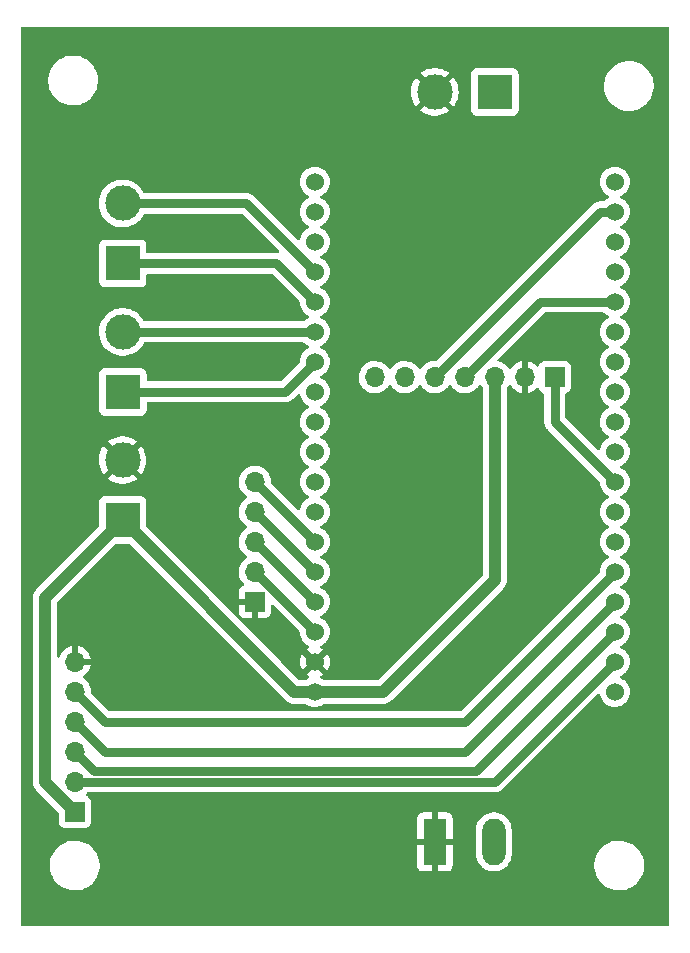
<source format=gtl>
G04 #@! TF.GenerationSoftware,KiCad,Pcbnew,(6.0.4-0)*
G04 #@! TF.CreationDate,2022-04-11T20:22:25+02:00*
G04 #@! TF.ProjectId,Controller,436f6e74-726f-46c6-9c65-722e6b696361,v1.0.0*
G04 #@! TF.SameCoordinates,Original*
G04 #@! TF.FileFunction,Copper,L1,Top*
G04 #@! TF.FilePolarity,Positive*
%FSLAX46Y46*%
G04 Gerber Fmt 4.6, Leading zero omitted, Abs format (unit mm)*
G04 Created by KiCad (PCBNEW (6.0.4-0)) date 2022-04-11 20:22:25*
%MOMM*%
%LPD*%
G01*
G04 APERTURE LIST*
G04 #@! TA.AperFunction,ComponentPad*
%ADD10R,3.000000X3.000000*%
G04 #@! TD*
G04 #@! TA.AperFunction,ComponentPad*
%ADD11C,3.000000*%
G04 #@! TD*
G04 #@! TA.AperFunction,ComponentPad*
%ADD12R,1.700000X1.700000*%
G04 #@! TD*
G04 #@! TA.AperFunction,ComponentPad*
%ADD13O,1.700000X1.700000*%
G04 #@! TD*
G04 #@! TA.AperFunction,ComponentPad*
%ADD14R,1.980000X3.960000*%
G04 #@! TD*
G04 #@! TA.AperFunction,ComponentPad*
%ADD15O,1.980000X3.960000*%
G04 #@! TD*
G04 #@! TA.AperFunction,ComponentPad*
%ADD16C,1.524000*%
G04 #@! TD*
G04 #@! TA.AperFunction,Conductor*
%ADD17C,1.000000*%
G04 #@! TD*
G04 #@! TA.AperFunction,Conductor*
%ADD18C,0.750000*%
G04 #@! TD*
G04 APERTURE END LIST*
D10*
X125958600Y-78028800D03*
D11*
X125958600Y-72948800D03*
D12*
X137160000Y-106680000D03*
D13*
X137160000Y-104140000D03*
X137160000Y-101600000D03*
X137160000Y-99060000D03*
X137160000Y-96520000D03*
D12*
X121920000Y-124460000D03*
D13*
X121920000Y-121920000D03*
X121920000Y-119380000D03*
X121920000Y-116840000D03*
X121920000Y-114300000D03*
X121920000Y-111760000D03*
D14*
X152400000Y-127000000D03*
D15*
X157400000Y-127000000D03*
D10*
X125958600Y-99745800D03*
D11*
X125958600Y-94665800D03*
D10*
X125984000Y-88900000D03*
D11*
X125984000Y-83820000D03*
D16*
X142240000Y-71120000D03*
X142240000Y-73660000D03*
X142240000Y-76200000D03*
X142240000Y-78740000D03*
X142240000Y-81280000D03*
X142240000Y-83820000D03*
X142240000Y-86360000D03*
X142240000Y-88900000D03*
X142240000Y-91440000D03*
X142240000Y-93980000D03*
X142240000Y-96520000D03*
X142240000Y-99060000D03*
X142240000Y-101600000D03*
X142240000Y-104140000D03*
X142240000Y-106680000D03*
X142240000Y-109220000D03*
X142240000Y-111760000D03*
X142240000Y-114300000D03*
X167640000Y-114300000D03*
X167640000Y-111760000D03*
X167640000Y-109220000D03*
X167640000Y-106680000D03*
X167640000Y-104140000D03*
X167640000Y-101600000D03*
X167640000Y-99060000D03*
X167640000Y-96520000D03*
X167640000Y-93980000D03*
X167640000Y-91440000D03*
X167640000Y-88900000D03*
X167640000Y-86360000D03*
X167640000Y-83820000D03*
X167640000Y-81280000D03*
X167640000Y-78740000D03*
X167640000Y-76200000D03*
X167640000Y-73660000D03*
X167640000Y-71120000D03*
D12*
X162560000Y-87650000D03*
D13*
X160020000Y-87650000D03*
X157480000Y-87650000D03*
X154940000Y-87650000D03*
X152400000Y-87650000D03*
X149860000Y-87650000D03*
X147320000Y-87650000D03*
D10*
X157480000Y-63500000D03*
D11*
X152400000Y-63500000D03*
D17*
X147980000Y-114300000D02*
X157480000Y-104800000D01*
X119380000Y-106324400D02*
X119380000Y-121920000D01*
X125958600Y-99745800D02*
X119380000Y-106324400D01*
X157480000Y-104800000D02*
X157480000Y-87650000D01*
X140512800Y-114300000D02*
X142240000Y-114300000D01*
X125958600Y-99745800D02*
X140512800Y-114300000D01*
X142240000Y-114300000D02*
X147980000Y-114300000D01*
X119380000Y-121920000D02*
X121920000Y-124460000D01*
D18*
X125958600Y-78028800D02*
X138988800Y-78028800D01*
X138988800Y-78028800D02*
X142240000Y-81280000D01*
X136448800Y-72948800D02*
X125958600Y-72948800D01*
X142240000Y-78740000D02*
X136448800Y-72948800D01*
X125984000Y-88900000D02*
X139700000Y-88900000D01*
X139700000Y-88900000D02*
X142240000Y-86360000D01*
X125984000Y-83820000D02*
X142240000Y-83820000D01*
X121920000Y-121920000D02*
X157480000Y-121920000D01*
X157480000Y-121920000D02*
X167640000Y-111760000D01*
X155889520Y-120970480D02*
X167640000Y-109220000D01*
X121920000Y-119380000D02*
X123510480Y-120970480D01*
X123510480Y-120970480D02*
X155889520Y-120970480D01*
X121920000Y-116840000D02*
X124460000Y-119380000D01*
X154940000Y-119380000D02*
X167640000Y-106680000D01*
X124460000Y-119380000D02*
X154940000Y-119380000D01*
X154940000Y-116840000D02*
X167640000Y-104140000D01*
X121920000Y-114300000D02*
X124460000Y-116840000D01*
X124460000Y-116840000D02*
X154940000Y-116840000D01*
X162560000Y-87650000D02*
X162560000Y-91440000D01*
X162560000Y-91440000D02*
X167640000Y-96520000D01*
X167640000Y-81280000D02*
X161310000Y-81280000D01*
X161310000Y-81280000D02*
X154940000Y-87650000D01*
X167640000Y-73660000D02*
X166390000Y-73660000D01*
X166390000Y-73660000D02*
X152400000Y-87650000D01*
X137160000Y-104140000D02*
X142240000Y-109220000D01*
X142240000Y-106680000D02*
X137160000Y-101600000D01*
X142240000Y-104140000D02*
X137160000Y-99060000D01*
X142240000Y-101600000D02*
X137160000Y-96520000D01*
G04 #@! TA.AperFunction,Conductor*
G36*
X172153621Y-57988502D02*
G01*
X172200114Y-58042158D01*
X172211500Y-58094500D01*
X172211500Y-133985500D01*
X172191498Y-134053621D01*
X172137842Y-134100114D01*
X172085500Y-134111500D01*
X117474500Y-134111500D01*
X117406379Y-134091498D01*
X117359886Y-134037842D01*
X117348500Y-133985500D01*
X117348500Y-129132703D01*
X119810743Y-129132703D01*
X119848268Y-129417734D01*
X119924129Y-129695036D01*
X120036923Y-129959476D01*
X120184561Y-130206161D01*
X120364313Y-130430528D01*
X120572851Y-130628423D01*
X120806317Y-130796186D01*
X120810112Y-130798195D01*
X120810113Y-130798196D01*
X120831869Y-130809715D01*
X121060392Y-130930712D01*
X121330373Y-131029511D01*
X121611264Y-131090755D01*
X121639841Y-131093004D01*
X121834282Y-131108307D01*
X121834291Y-131108307D01*
X121836739Y-131108500D01*
X121992271Y-131108500D01*
X121994407Y-131108354D01*
X121994418Y-131108354D01*
X122202548Y-131094165D01*
X122202554Y-131094164D01*
X122206825Y-131093873D01*
X122211020Y-131093004D01*
X122211022Y-131093004D01*
X122347584Y-131064723D01*
X122488342Y-131035574D01*
X122759343Y-130939607D01*
X123014812Y-130807750D01*
X123018313Y-130805289D01*
X123018317Y-130805287D01*
X123132418Y-130725095D01*
X123250023Y-130642441D01*
X123460622Y-130446740D01*
X123642713Y-130224268D01*
X123792927Y-129979142D01*
X123908483Y-129715898D01*
X123987244Y-129439406D01*
X124027751Y-129154784D01*
X124027845Y-129136951D01*
X124028433Y-129024669D01*
X150902001Y-129024669D01*
X150902371Y-129031490D01*
X150907895Y-129082352D01*
X150911521Y-129097604D01*
X150956676Y-129218054D01*
X150965214Y-129233649D01*
X151041715Y-129335724D01*
X151054276Y-129348285D01*
X151156351Y-129424786D01*
X151171946Y-129433324D01*
X151292394Y-129478478D01*
X151307649Y-129482105D01*
X151358514Y-129487631D01*
X151365328Y-129488000D01*
X152127885Y-129488000D01*
X152143124Y-129483525D01*
X152144329Y-129482135D01*
X152146000Y-129474452D01*
X152146000Y-129469884D01*
X152654000Y-129469884D01*
X152658475Y-129485123D01*
X152659865Y-129486328D01*
X152667548Y-129487999D01*
X153434669Y-129487999D01*
X153441490Y-129487629D01*
X153492352Y-129482105D01*
X153507604Y-129478479D01*
X153628054Y-129433324D01*
X153643649Y-129424786D01*
X153745724Y-129348285D01*
X153758285Y-129335724D01*
X153834786Y-129233649D01*
X153843324Y-129218054D01*
X153888478Y-129097606D01*
X153892105Y-129082351D01*
X153897631Y-129031486D01*
X153898000Y-129024672D01*
X153898000Y-128052469D01*
X155901500Y-128052469D01*
X155901712Y-128055042D01*
X155901712Y-128055053D01*
X155916131Y-128230432D01*
X155916132Y-128230438D01*
X155916555Y-128235583D01*
X155976584Y-128474570D01*
X155978642Y-128479303D01*
X155978643Y-128479306D01*
X155993683Y-128513894D01*
X156074840Y-128700544D01*
X156077644Y-128704878D01*
X156077646Y-128704882D01*
X156205874Y-128903092D01*
X156205879Y-128903098D01*
X156208685Y-128907436D01*
X156374523Y-129089690D01*
X156378574Y-129092889D01*
X156378578Y-129092893D01*
X156515643Y-129201139D01*
X156567901Y-129242410D01*
X156650682Y-129288108D01*
X156759692Y-129348285D01*
X156783625Y-129361497D01*
X157015903Y-129443750D01*
X157020995Y-129444657D01*
X157253407Y-129486057D01*
X157253411Y-129486057D01*
X157258495Y-129486963D01*
X157337914Y-129487933D01*
X157499718Y-129489910D01*
X157499720Y-129489910D01*
X157504888Y-129489973D01*
X157748464Y-129452701D01*
X157982682Y-129376147D01*
X157987270Y-129373759D01*
X157987274Y-129373757D01*
X158196663Y-129264756D01*
X158196664Y-129264755D01*
X158201252Y-129262367D01*
X158205385Y-129259264D01*
X158205388Y-129259262D01*
X158373948Y-129132703D01*
X165890743Y-129132703D01*
X165928268Y-129417734D01*
X166004129Y-129695036D01*
X166116923Y-129959476D01*
X166264561Y-130206161D01*
X166444313Y-130430528D01*
X166652851Y-130628423D01*
X166886317Y-130796186D01*
X166890112Y-130798195D01*
X166890113Y-130798196D01*
X166911869Y-130809715D01*
X167140392Y-130930712D01*
X167410373Y-131029511D01*
X167691264Y-131090755D01*
X167719841Y-131093004D01*
X167914282Y-131108307D01*
X167914291Y-131108307D01*
X167916739Y-131108500D01*
X168072271Y-131108500D01*
X168074407Y-131108354D01*
X168074418Y-131108354D01*
X168282548Y-131094165D01*
X168282554Y-131094164D01*
X168286825Y-131093873D01*
X168291020Y-131093004D01*
X168291022Y-131093004D01*
X168427584Y-131064723D01*
X168568342Y-131035574D01*
X168839343Y-130939607D01*
X169094812Y-130807750D01*
X169098313Y-130805289D01*
X169098317Y-130805287D01*
X169212418Y-130725095D01*
X169330023Y-130642441D01*
X169540622Y-130446740D01*
X169722713Y-130224268D01*
X169872927Y-129979142D01*
X169988483Y-129715898D01*
X170067244Y-129439406D01*
X170107751Y-129154784D01*
X170107845Y-129136951D01*
X170109235Y-128871583D01*
X170109235Y-128871576D01*
X170109257Y-128867297D01*
X170071732Y-128582266D01*
X169995871Y-128304964D01*
X169883077Y-128040524D01*
X169735439Y-127793839D01*
X169555687Y-127569472D01*
X169347149Y-127371577D01*
X169113683Y-127203814D01*
X169091843Y-127192250D01*
X169068654Y-127179972D01*
X168859608Y-127069288D01*
X168589627Y-126970489D01*
X168308736Y-126909245D01*
X168277685Y-126906801D01*
X168085718Y-126891693D01*
X168085709Y-126891693D01*
X168083261Y-126891500D01*
X167927729Y-126891500D01*
X167925593Y-126891646D01*
X167925582Y-126891646D01*
X167717452Y-126905835D01*
X167717446Y-126905836D01*
X167713175Y-126906127D01*
X167708980Y-126906996D01*
X167708978Y-126906996D01*
X167572417Y-126935276D01*
X167431658Y-126964426D01*
X167160657Y-127060393D01*
X166905188Y-127192250D01*
X166901687Y-127194711D01*
X166901683Y-127194713D01*
X166798050Y-127267548D01*
X166669977Y-127357559D01*
X166459378Y-127553260D01*
X166277287Y-127775732D01*
X166127073Y-128020858D01*
X166011517Y-128284102D01*
X165932756Y-128560594D01*
X165892249Y-128845216D01*
X165892227Y-128849505D01*
X165892226Y-128849512D01*
X165890765Y-129128417D01*
X165890743Y-129132703D01*
X158373948Y-129132703D01*
X158394168Y-129117521D01*
X158394170Y-129117519D01*
X158398303Y-129114416D01*
X158568545Y-128936269D01*
X158612671Y-128871583D01*
X158704485Y-128736989D01*
X158704488Y-128736984D01*
X158707404Y-128732709D01*
X158709580Y-128728020D01*
X158709584Y-128728014D01*
X158808975Y-128513894D01*
X158808977Y-128513889D01*
X158811152Y-128509203D01*
X158820757Y-128474570D01*
X158875623Y-128276726D01*
X158875623Y-128276725D01*
X158877002Y-128271753D01*
X158898500Y-128070594D01*
X158898500Y-125947531D01*
X158887892Y-125818500D01*
X158883869Y-125769568D01*
X158883868Y-125769562D01*
X158883445Y-125764417D01*
X158823416Y-125525430D01*
X158821357Y-125520694D01*
X158727220Y-125304193D01*
X158727218Y-125304190D01*
X158725160Y-125299456D01*
X158707389Y-125271986D01*
X158594126Y-125096908D01*
X158594121Y-125096902D01*
X158591315Y-125092564D01*
X158425477Y-124910310D01*
X158421426Y-124907111D01*
X158421422Y-124907107D01*
X158236157Y-124760795D01*
X158232099Y-124757590D01*
X158149318Y-124711892D01*
X158020906Y-124641004D01*
X158020903Y-124641003D01*
X158016375Y-124638503D01*
X157784097Y-124556250D01*
X157729457Y-124546517D01*
X157546593Y-124513943D01*
X157546589Y-124513943D01*
X157541505Y-124513037D01*
X157456700Y-124512001D01*
X157300282Y-124510090D01*
X157300280Y-124510090D01*
X157295112Y-124510027D01*
X157051536Y-124547299D01*
X156817318Y-124623853D01*
X156812730Y-124626241D01*
X156812726Y-124626243D01*
X156603337Y-124735244D01*
X156598748Y-124737633D01*
X156594615Y-124740736D01*
X156594612Y-124740738D01*
X156405832Y-124882479D01*
X156401697Y-124885584D01*
X156231455Y-125063731D01*
X156228541Y-125068003D01*
X156228540Y-125068004D01*
X156095515Y-125263011D01*
X156095512Y-125263016D01*
X156092596Y-125267291D01*
X156090420Y-125271980D01*
X156090416Y-125271986D01*
X155991025Y-125486106D01*
X155988848Y-125490797D01*
X155987468Y-125495775D01*
X155987466Y-125495779D01*
X155924377Y-125723274D01*
X155922998Y-125728247D01*
X155901500Y-125929406D01*
X155901500Y-128052469D01*
X153898000Y-128052469D01*
X153898000Y-127272115D01*
X153893525Y-127256876D01*
X153892135Y-127255671D01*
X153884452Y-127254000D01*
X152672115Y-127254000D01*
X152656876Y-127258475D01*
X152655671Y-127259865D01*
X152654000Y-127267548D01*
X152654000Y-129469884D01*
X152146000Y-129469884D01*
X152146000Y-127272115D01*
X152141525Y-127256876D01*
X152140135Y-127255671D01*
X152132452Y-127254000D01*
X150920116Y-127254000D01*
X150904877Y-127258475D01*
X150903672Y-127259865D01*
X150902001Y-127267548D01*
X150902001Y-129024669D01*
X124028433Y-129024669D01*
X124029235Y-128871583D01*
X124029235Y-128871576D01*
X124029257Y-128867297D01*
X123991732Y-128582266D01*
X123915871Y-128304964D01*
X123803077Y-128040524D01*
X123655439Y-127793839D01*
X123475687Y-127569472D01*
X123267149Y-127371577D01*
X123033683Y-127203814D01*
X123011843Y-127192250D01*
X122988654Y-127179972D01*
X122779608Y-127069288D01*
X122509627Y-126970489D01*
X122228736Y-126909245D01*
X122197685Y-126906801D01*
X122005718Y-126891693D01*
X122005709Y-126891693D01*
X122003261Y-126891500D01*
X121847729Y-126891500D01*
X121845593Y-126891646D01*
X121845582Y-126891646D01*
X121637452Y-126905835D01*
X121637446Y-126905836D01*
X121633175Y-126906127D01*
X121628980Y-126906996D01*
X121628978Y-126906996D01*
X121492417Y-126935276D01*
X121351658Y-126964426D01*
X121080657Y-127060393D01*
X120825188Y-127192250D01*
X120821687Y-127194711D01*
X120821683Y-127194713D01*
X120718050Y-127267548D01*
X120589977Y-127357559D01*
X120379378Y-127553260D01*
X120197287Y-127775732D01*
X120047073Y-128020858D01*
X119931517Y-128284102D01*
X119852756Y-128560594D01*
X119812249Y-128845216D01*
X119812227Y-128849505D01*
X119812226Y-128849512D01*
X119810765Y-129128417D01*
X119810743Y-129132703D01*
X117348500Y-129132703D01*
X117348500Y-126727885D01*
X150902000Y-126727885D01*
X150906475Y-126743124D01*
X150907865Y-126744329D01*
X150915548Y-126746000D01*
X152127885Y-126746000D01*
X152143124Y-126741525D01*
X152144329Y-126740135D01*
X152146000Y-126732452D01*
X152146000Y-126727885D01*
X152654000Y-126727885D01*
X152658475Y-126743124D01*
X152659865Y-126744329D01*
X152667548Y-126746000D01*
X153879884Y-126746000D01*
X153895123Y-126741525D01*
X153896328Y-126740135D01*
X153897999Y-126732452D01*
X153897999Y-124975331D01*
X153897629Y-124968510D01*
X153892105Y-124917648D01*
X153888479Y-124902396D01*
X153843324Y-124781946D01*
X153834786Y-124766351D01*
X153758285Y-124664276D01*
X153745724Y-124651715D01*
X153643649Y-124575214D01*
X153628054Y-124566676D01*
X153507606Y-124521522D01*
X153492351Y-124517895D01*
X153441486Y-124512369D01*
X153434672Y-124512000D01*
X152672115Y-124512000D01*
X152656876Y-124516475D01*
X152655671Y-124517865D01*
X152654000Y-124525548D01*
X152654000Y-126727885D01*
X152146000Y-126727885D01*
X152146000Y-124530116D01*
X152141525Y-124514877D01*
X152140135Y-124513672D01*
X152132452Y-124512001D01*
X151365331Y-124512001D01*
X151358510Y-124512371D01*
X151307648Y-124517895D01*
X151292396Y-124521521D01*
X151171946Y-124566676D01*
X151156351Y-124575214D01*
X151054276Y-124651715D01*
X151041715Y-124664276D01*
X150965214Y-124766351D01*
X150956676Y-124781946D01*
X150911522Y-124902394D01*
X150907895Y-124917649D01*
X150902369Y-124968514D01*
X150902000Y-124975328D01*
X150902000Y-126727885D01*
X117348500Y-126727885D01*
X117348500Y-106320862D01*
X118366626Y-106320862D01*
X118367206Y-106326993D01*
X118370941Y-106366509D01*
X118371500Y-106378367D01*
X118371500Y-121858157D01*
X118370763Y-121871764D01*
X118366676Y-121909388D01*
X118367213Y-121915523D01*
X118371050Y-121959388D01*
X118371379Y-121964214D01*
X118371500Y-121966686D01*
X118371500Y-121969769D01*
X118371801Y-121972837D01*
X118375690Y-122012506D01*
X118375812Y-122013819D01*
X118383913Y-122106413D01*
X118385400Y-122111532D01*
X118385920Y-122116833D01*
X118412791Y-122205834D01*
X118413126Y-122206967D01*
X118439091Y-122296336D01*
X118441544Y-122301068D01*
X118443084Y-122306169D01*
X118445978Y-122311612D01*
X118486731Y-122388260D01*
X118487343Y-122389426D01*
X118530108Y-122471926D01*
X118533431Y-122476089D01*
X118535934Y-122480796D01*
X118594755Y-122552918D01*
X118595446Y-122553774D01*
X118626738Y-122592973D01*
X118629242Y-122595477D01*
X118629884Y-122596195D01*
X118633585Y-122600528D01*
X118660935Y-122634062D01*
X118665682Y-122637989D01*
X118665684Y-122637991D01*
X118696262Y-122663287D01*
X118705042Y-122671277D01*
X120524595Y-124490830D01*
X120558621Y-124553142D01*
X120561500Y-124579925D01*
X120561500Y-125358134D01*
X120568255Y-125420316D01*
X120619385Y-125556705D01*
X120706739Y-125673261D01*
X120823295Y-125760615D01*
X120959684Y-125811745D01*
X121021866Y-125818500D01*
X122818134Y-125818500D01*
X122880316Y-125811745D01*
X123016705Y-125760615D01*
X123133261Y-125673261D01*
X123220615Y-125556705D01*
X123271745Y-125420316D01*
X123278500Y-125358134D01*
X123278500Y-123561866D01*
X123271745Y-123499684D01*
X123220615Y-123363295D01*
X123133261Y-123246739D01*
X123016705Y-123159385D01*
X123004132Y-123154672D01*
X122898203Y-123114960D01*
X122841439Y-123072318D01*
X122816739Y-123005756D01*
X122831947Y-122936408D01*
X122853493Y-122907727D01*
X122921207Y-122840249D01*
X122983579Y-122806333D01*
X123010147Y-122803500D01*
X157400543Y-122803500D01*
X157420255Y-122805051D01*
X157433507Y-122807150D01*
X157440094Y-122806805D01*
X157440098Y-122806805D01*
X157499850Y-122803673D01*
X157506445Y-122803500D01*
X157526306Y-122803500D01*
X157546069Y-122801423D01*
X157552628Y-122800907D01*
X157568427Y-122800079D01*
X157612377Y-122797776D01*
X157612381Y-122797775D01*
X157618971Y-122797430D01*
X157631929Y-122793958D01*
X157651372Y-122790355D01*
X157651795Y-122790311D01*
X157664702Y-122788954D01*
X157727894Y-122768422D01*
X157734196Y-122766556D01*
X157791985Y-122751071D01*
X157798363Y-122749362D01*
X157804242Y-122746366D01*
X157804251Y-122746363D01*
X157810317Y-122743272D01*
X157828579Y-122735708D01*
X157835043Y-122733608D01*
X157835051Y-122733605D01*
X157841331Y-122731564D01*
X157847050Y-122728262D01*
X157847055Y-122728260D01*
X157898867Y-122698346D01*
X157904637Y-122695213D01*
X157963839Y-122665047D01*
X157974259Y-122656609D01*
X157990552Y-122645411D01*
X157990903Y-122645209D01*
X158002169Y-122638704D01*
X158007075Y-122634287D01*
X158007080Y-122634283D01*
X158051538Y-122594253D01*
X158056554Y-122589969D01*
X158069409Y-122579559D01*
X158069412Y-122579556D01*
X158071986Y-122577472D01*
X158086031Y-122563427D01*
X158090816Y-122558886D01*
X158135274Y-122518856D01*
X158135275Y-122518855D01*
X158140185Y-122514434D01*
X158148075Y-122503574D01*
X158160912Y-122488546D01*
X162155837Y-118493621D01*
X166175599Y-114473858D01*
X166237911Y-114439832D01*
X166308726Y-114444897D01*
X166365562Y-114487444D01*
X166386401Y-114530340D01*
X166441560Y-114736196D01*
X166443882Y-114741177D01*
X166443883Y-114741178D01*
X166533186Y-114932689D01*
X166533189Y-114932694D01*
X166535512Y-114937676D01*
X166538668Y-114942183D01*
X166538669Y-114942185D01*
X166649655Y-115100689D01*
X166663023Y-115119781D01*
X166820219Y-115276977D01*
X166824727Y-115280134D01*
X166824730Y-115280136D01*
X166866291Y-115309237D01*
X167002323Y-115404488D01*
X167007305Y-115406811D01*
X167007310Y-115406814D01*
X167120245Y-115459476D01*
X167203804Y-115498440D01*
X167209112Y-115499862D01*
X167209114Y-115499863D01*
X167274949Y-115517503D01*
X167418537Y-115555978D01*
X167640000Y-115575353D01*
X167861463Y-115555978D01*
X168005051Y-115517503D01*
X168070886Y-115499863D01*
X168070888Y-115499862D01*
X168076196Y-115498440D01*
X168159755Y-115459476D01*
X168272690Y-115406814D01*
X168272695Y-115406811D01*
X168277677Y-115404488D01*
X168413709Y-115309237D01*
X168455270Y-115280136D01*
X168455273Y-115280134D01*
X168459781Y-115276977D01*
X168616977Y-115119781D01*
X168630346Y-115100689D01*
X168741331Y-114942185D01*
X168741332Y-114942183D01*
X168744488Y-114937676D01*
X168746811Y-114932694D01*
X168746814Y-114932689D01*
X168836117Y-114741178D01*
X168836118Y-114741177D01*
X168838440Y-114736196D01*
X168895978Y-114521463D01*
X168915353Y-114300000D01*
X168895978Y-114078537D01*
X168838440Y-113863804D01*
X168836117Y-113858822D01*
X168746814Y-113667311D01*
X168746811Y-113667306D01*
X168744488Y-113662324D01*
X168739948Y-113655840D01*
X168620136Y-113484730D01*
X168620134Y-113484727D01*
X168616977Y-113480219D01*
X168459781Y-113323023D01*
X168455273Y-113319866D01*
X168455270Y-113319864D01*
X168362056Y-113254595D01*
X168277677Y-113195512D01*
X168272695Y-113193189D01*
X168272690Y-113193186D01*
X168167627Y-113144195D01*
X168114342Y-113097278D01*
X168094881Y-113029001D01*
X168115423Y-112961041D01*
X168167627Y-112915805D01*
X168272690Y-112866814D01*
X168272695Y-112866811D01*
X168277677Y-112864488D01*
X168379505Y-112793187D01*
X168455270Y-112740136D01*
X168455273Y-112740134D01*
X168459781Y-112736977D01*
X168616977Y-112579781D01*
X168704894Y-112454223D01*
X168741331Y-112402185D01*
X168741332Y-112402183D01*
X168744488Y-112397676D01*
X168746811Y-112392694D01*
X168746814Y-112392689D01*
X168836117Y-112201178D01*
X168836118Y-112201177D01*
X168838440Y-112196196D01*
X168895978Y-111981463D01*
X168915353Y-111760000D01*
X168895978Y-111538537D01*
X168838440Y-111323804D01*
X168815546Y-111274708D01*
X168746814Y-111127311D01*
X168746811Y-111127306D01*
X168744488Y-111122324D01*
X168741331Y-111117815D01*
X168620136Y-110944730D01*
X168620134Y-110944727D01*
X168616977Y-110940219D01*
X168459781Y-110783023D01*
X168455273Y-110779866D01*
X168455270Y-110779864D01*
X168379505Y-110726813D01*
X168277677Y-110655512D01*
X168272695Y-110653189D01*
X168272690Y-110653186D01*
X168167627Y-110604195D01*
X168114342Y-110557278D01*
X168094881Y-110489001D01*
X168115423Y-110421041D01*
X168167627Y-110375805D01*
X168272690Y-110326814D01*
X168272695Y-110326811D01*
X168277677Y-110324488D01*
X168379505Y-110253187D01*
X168455270Y-110200136D01*
X168455273Y-110200134D01*
X168459781Y-110196977D01*
X168616977Y-110039781D01*
X168744488Y-109857676D01*
X168746811Y-109852694D01*
X168746814Y-109852689D01*
X168836117Y-109661178D01*
X168836118Y-109661177D01*
X168838440Y-109656196D01*
X168895978Y-109441463D01*
X168915353Y-109220000D01*
X168895978Y-108998537D01*
X168838440Y-108783804D01*
X168836117Y-108778822D01*
X168746814Y-108587311D01*
X168746811Y-108587306D01*
X168744488Y-108582324D01*
X168616977Y-108400219D01*
X168459781Y-108243023D01*
X168455273Y-108239866D01*
X168455270Y-108239864D01*
X168379505Y-108186813D01*
X168277677Y-108115512D01*
X168272695Y-108113189D01*
X168272690Y-108113186D01*
X168167627Y-108064195D01*
X168114342Y-108017278D01*
X168094881Y-107949001D01*
X168115423Y-107881041D01*
X168167627Y-107835805D01*
X168272690Y-107786814D01*
X168272695Y-107786811D01*
X168277677Y-107784488D01*
X168379505Y-107713187D01*
X168455270Y-107660136D01*
X168455273Y-107660134D01*
X168459781Y-107656977D01*
X168616977Y-107499781D01*
X168744488Y-107317676D01*
X168746811Y-107312694D01*
X168746814Y-107312689D01*
X168836117Y-107121178D01*
X168836118Y-107121177D01*
X168838440Y-107116196D01*
X168895978Y-106901463D01*
X168915353Y-106680000D01*
X168895978Y-106458537D01*
X168846231Y-106272879D01*
X168839863Y-106249114D01*
X168839862Y-106249112D01*
X168838440Y-106243804D01*
X168826360Y-106217899D01*
X168746814Y-106047311D01*
X168746811Y-106047306D01*
X168744488Y-106042324D01*
X168731973Y-106024451D01*
X168620136Y-105864730D01*
X168620134Y-105864727D01*
X168616977Y-105860219D01*
X168459781Y-105703023D01*
X168455273Y-105699866D01*
X168455270Y-105699864D01*
X168319927Y-105605096D01*
X168277677Y-105575512D01*
X168272695Y-105573189D01*
X168272690Y-105573186D01*
X168167627Y-105524195D01*
X168114342Y-105477278D01*
X168094881Y-105409001D01*
X168115423Y-105341041D01*
X168167627Y-105295805D01*
X168272690Y-105246814D01*
X168272695Y-105246811D01*
X168277677Y-105244488D01*
X168453242Y-105121556D01*
X168455270Y-105120136D01*
X168455273Y-105120134D01*
X168459781Y-105116977D01*
X168616977Y-104959781D01*
X168630346Y-104940689D01*
X168741331Y-104782185D01*
X168741332Y-104782183D01*
X168744488Y-104777676D01*
X168746811Y-104772694D01*
X168746814Y-104772689D01*
X168836117Y-104581178D01*
X168836118Y-104581177D01*
X168838440Y-104576196D01*
X168844810Y-104552425D01*
X168894554Y-104366776D01*
X168895978Y-104361463D01*
X168915353Y-104140000D01*
X168895978Y-103918537D01*
X168838440Y-103703804D01*
X168822353Y-103669305D01*
X168746814Y-103507311D01*
X168746811Y-103507306D01*
X168744488Y-103502324D01*
X168741331Y-103497815D01*
X168620136Y-103324730D01*
X168620134Y-103324727D01*
X168616977Y-103320219D01*
X168459781Y-103163023D01*
X168455273Y-103159866D01*
X168455270Y-103159864D01*
X168379505Y-103106813D01*
X168277677Y-103035512D01*
X168272695Y-103033189D01*
X168272690Y-103033186D01*
X168167627Y-102984195D01*
X168114342Y-102937278D01*
X168094881Y-102869001D01*
X168115423Y-102801041D01*
X168167627Y-102755805D01*
X168272690Y-102706814D01*
X168272695Y-102706811D01*
X168277677Y-102704488D01*
X168379505Y-102633187D01*
X168455270Y-102580136D01*
X168455273Y-102580134D01*
X168459781Y-102576977D01*
X168616977Y-102419781D01*
X168630346Y-102400689D01*
X168741331Y-102242185D01*
X168741332Y-102242183D01*
X168744488Y-102237676D01*
X168746811Y-102232694D01*
X168746814Y-102232689D01*
X168836117Y-102041178D01*
X168836118Y-102041177D01*
X168838440Y-102036196D01*
X168844810Y-102012425D01*
X168894554Y-101826776D01*
X168895978Y-101821463D01*
X168915353Y-101600000D01*
X168895978Y-101378537D01*
X168838440Y-101163804D01*
X168822353Y-101129305D01*
X168746814Y-100967311D01*
X168746811Y-100967306D01*
X168744488Y-100962324D01*
X168741331Y-100957815D01*
X168620136Y-100784730D01*
X168620134Y-100784727D01*
X168616977Y-100780219D01*
X168459781Y-100623023D01*
X168455273Y-100619866D01*
X168455270Y-100619864D01*
X168379505Y-100566813D01*
X168277677Y-100495512D01*
X168272695Y-100493189D01*
X168272690Y-100493186D01*
X168167627Y-100444195D01*
X168114342Y-100397278D01*
X168094881Y-100329001D01*
X168115423Y-100261041D01*
X168167627Y-100215805D01*
X168272690Y-100166814D01*
X168272695Y-100166811D01*
X168277677Y-100164488D01*
X168379505Y-100093187D01*
X168455270Y-100040136D01*
X168455273Y-100040134D01*
X168459781Y-100036977D01*
X168616977Y-99879781D01*
X168630346Y-99860689D01*
X168741331Y-99702185D01*
X168741332Y-99702183D01*
X168744488Y-99697676D01*
X168746811Y-99692694D01*
X168746814Y-99692689D01*
X168836117Y-99501178D01*
X168836118Y-99501177D01*
X168838440Y-99496196D01*
X168844810Y-99472425D01*
X168894554Y-99286776D01*
X168895978Y-99281463D01*
X168915353Y-99060000D01*
X168895978Y-98838537D01*
X168838440Y-98623804D01*
X168822353Y-98589305D01*
X168746814Y-98427311D01*
X168746811Y-98427306D01*
X168744488Y-98422324D01*
X168741331Y-98417815D01*
X168620136Y-98244730D01*
X168620134Y-98244727D01*
X168616977Y-98240219D01*
X168459781Y-98083023D01*
X168455273Y-98079866D01*
X168455270Y-98079864D01*
X168379505Y-98026813D01*
X168277677Y-97955512D01*
X168272695Y-97953189D01*
X168272690Y-97953186D01*
X168167627Y-97904195D01*
X168114342Y-97857278D01*
X168094881Y-97789001D01*
X168115423Y-97721041D01*
X168167627Y-97675805D01*
X168272690Y-97626814D01*
X168272695Y-97626811D01*
X168277677Y-97624488D01*
X168379505Y-97553187D01*
X168455270Y-97500136D01*
X168455273Y-97500134D01*
X168459781Y-97496977D01*
X168616977Y-97339781D01*
X168630346Y-97320689D01*
X168741331Y-97162185D01*
X168741332Y-97162183D01*
X168744488Y-97157676D01*
X168746811Y-97152694D01*
X168746814Y-97152689D01*
X168836117Y-96961178D01*
X168836118Y-96961177D01*
X168838440Y-96956196D01*
X168844810Y-96932425D01*
X168894554Y-96746776D01*
X168895978Y-96741463D01*
X168915353Y-96520000D01*
X168895978Y-96298537D01*
X168838440Y-96083804D01*
X168836117Y-96078822D01*
X168746814Y-95887311D01*
X168746811Y-95887306D01*
X168744488Y-95882324D01*
X168739948Y-95875840D01*
X168620136Y-95704730D01*
X168620134Y-95704727D01*
X168616977Y-95700219D01*
X168459781Y-95543023D01*
X168455273Y-95539866D01*
X168455270Y-95539864D01*
X168379505Y-95486813D01*
X168277677Y-95415512D01*
X168272695Y-95413189D01*
X168272690Y-95413186D01*
X168167627Y-95364195D01*
X168114342Y-95317278D01*
X168094881Y-95249001D01*
X168115423Y-95181041D01*
X168167627Y-95135805D01*
X168272690Y-95086814D01*
X168272695Y-95086811D01*
X168277677Y-95084488D01*
X168379505Y-95013187D01*
X168455270Y-94960136D01*
X168455273Y-94960134D01*
X168459781Y-94956977D01*
X168616977Y-94799781D01*
X168683010Y-94705477D01*
X168741331Y-94622185D01*
X168741332Y-94622183D01*
X168744488Y-94617676D01*
X168746811Y-94612694D01*
X168746814Y-94612689D01*
X168836117Y-94421178D01*
X168836118Y-94421177D01*
X168838440Y-94416196D01*
X168895978Y-94201463D01*
X168915353Y-93980000D01*
X168895978Y-93758537D01*
X168838440Y-93543804D01*
X168794800Y-93450217D01*
X168746814Y-93347311D01*
X168746811Y-93347306D01*
X168744488Y-93342324D01*
X168616977Y-93160219D01*
X168459781Y-93003023D01*
X168455273Y-92999866D01*
X168455270Y-92999864D01*
X168379505Y-92946813D01*
X168277677Y-92875512D01*
X168272695Y-92873189D01*
X168272690Y-92873186D01*
X168167627Y-92824195D01*
X168114342Y-92777278D01*
X168094881Y-92709001D01*
X168115423Y-92641041D01*
X168167627Y-92595805D01*
X168272690Y-92546814D01*
X168272695Y-92546811D01*
X168277677Y-92544488D01*
X168379505Y-92473187D01*
X168455270Y-92420136D01*
X168455273Y-92420134D01*
X168459781Y-92416977D01*
X168616977Y-92259781D01*
X168744488Y-92077676D01*
X168746811Y-92072694D01*
X168746814Y-92072689D01*
X168836117Y-91881178D01*
X168836118Y-91881177D01*
X168838440Y-91876196D01*
X168842320Y-91861718D01*
X168868436Y-91764251D01*
X168895978Y-91661463D01*
X168915353Y-91440000D01*
X168895978Y-91218537D01*
X168838440Y-91003804D01*
X168790849Y-90901745D01*
X168746814Y-90807311D01*
X168746811Y-90807306D01*
X168744488Y-90802324D01*
X168717136Y-90763261D01*
X168620136Y-90624730D01*
X168620134Y-90624727D01*
X168616977Y-90620219D01*
X168459781Y-90463023D01*
X168455273Y-90459866D01*
X168455270Y-90459864D01*
X168379505Y-90406813D01*
X168277677Y-90335512D01*
X168272695Y-90333189D01*
X168272690Y-90333186D01*
X168167627Y-90284195D01*
X168114342Y-90237278D01*
X168094881Y-90169001D01*
X168115423Y-90101041D01*
X168167627Y-90055805D01*
X168272690Y-90006814D01*
X168272695Y-90006811D01*
X168277677Y-90004488D01*
X168379505Y-89933187D01*
X168455270Y-89880136D01*
X168455273Y-89880134D01*
X168459781Y-89876977D01*
X168616977Y-89719781D01*
X168621300Y-89713608D01*
X168741331Y-89542185D01*
X168741332Y-89542183D01*
X168744488Y-89537676D01*
X168746811Y-89532694D01*
X168746814Y-89532689D01*
X168836117Y-89341178D01*
X168836118Y-89341177D01*
X168838440Y-89336196D01*
X168895978Y-89121463D01*
X168915353Y-88900000D01*
X168895978Y-88678537D01*
X168838440Y-88463804D01*
X168836117Y-88458822D01*
X168746814Y-88267311D01*
X168746811Y-88267306D01*
X168744488Y-88262324D01*
X168616977Y-88080219D01*
X168459781Y-87923023D01*
X168455273Y-87919866D01*
X168455270Y-87919864D01*
X168340805Y-87839715D01*
X168277677Y-87795512D01*
X168272695Y-87793189D01*
X168272690Y-87793186D01*
X168167627Y-87744195D01*
X168114342Y-87697278D01*
X168094881Y-87629001D01*
X168115423Y-87561041D01*
X168167627Y-87515805D01*
X168272690Y-87466814D01*
X168272695Y-87466811D01*
X168277677Y-87464488D01*
X168384645Y-87389588D01*
X168455270Y-87340136D01*
X168455273Y-87340134D01*
X168459781Y-87336977D01*
X168616977Y-87179781D01*
X168629636Y-87161703D01*
X168741331Y-87002185D01*
X168741332Y-87002183D01*
X168744488Y-86997676D01*
X168746811Y-86992694D01*
X168746814Y-86992689D01*
X168836117Y-86801178D01*
X168836118Y-86801177D01*
X168838440Y-86796196D01*
X168895978Y-86581463D01*
X168915353Y-86360000D01*
X168895978Y-86138537D01*
X168838440Y-85923804D01*
X168794901Y-85830434D01*
X168746814Y-85727311D01*
X168746811Y-85727306D01*
X168744488Y-85722324D01*
X168741331Y-85717815D01*
X168620136Y-85544730D01*
X168620134Y-85544727D01*
X168616977Y-85540219D01*
X168459781Y-85383023D01*
X168455273Y-85379866D01*
X168455270Y-85379864D01*
X168359792Y-85313010D01*
X168277677Y-85255512D01*
X168272695Y-85253189D01*
X168272690Y-85253186D01*
X168167627Y-85204195D01*
X168114342Y-85157278D01*
X168094881Y-85089001D01*
X168115423Y-85021041D01*
X168167627Y-84975805D01*
X168272690Y-84926814D01*
X168272695Y-84926811D01*
X168277677Y-84924488D01*
X168396956Y-84840968D01*
X168455270Y-84800136D01*
X168455273Y-84800134D01*
X168459781Y-84796977D01*
X168616977Y-84639781D01*
X168744488Y-84457676D01*
X168746811Y-84452694D01*
X168746814Y-84452689D01*
X168836117Y-84261178D01*
X168836118Y-84261177D01*
X168838440Y-84256196D01*
X168895978Y-84041463D01*
X168915353Y-83820000D01*
X168895978Y-83598537D01*
X168838440Y-83383804D01*
X168836117Y-83378822D01*
X168746814Y-83187311D01*
X168746811Y-83187306D01*
X168744488Y-83182324D01*
X168741331Y-83177815D01*
X168620136Y-83004730D01*
X168620134Y-83004727D01*
X168616977Y-83000219D01*
X168459781Y-82843023D01*
X168455273Y-82839866D01*
X168455270Y-82839864D01*
X168335010Y-82755657D01*
X168277677Y-82715512D01*
X168272695Y-82713189D01*
X168272690Y-82713186D01*
X168167627Y-82664195D01*
X168114342Y-82617278D01*
X168094881Y-82549001D01*
X168115423Y-82481041D01*
X168167627Y-82435805D01*
X168272690Y-82386814D01*
X168272695Y-82386811D01*
X168277677Y-82384488D01*
X168379505Y-82313187D01*
X168455270Y-82260136D01*
X168455273Y-82260134D01*
X168459781Y-82256977D01*
X168616977Y-82099781D01*
X168668477Y-82026232D01*
X168741331Y-81922185D01*
X168741332Y-81922183D01*
X168744488Y-81917676D01*
X168746811Y-81912694D01*
X168746814Y-81912689D01*
X168836117Y-81721178D01*
X168836118Y-81721177D01*
X168838440Y-81716196D01*
X168895978Y-81501463D01*
X168915353Y-81280000D01*
X168895978Y-81058537D01*
X168838440Y-80843804D01*
X168773453Y-80704439D01*
X168746814Y-80647311D01*
X168746811Y-80647306D01*
X168744488Y-80642324D01*
X168730627Y-80622528D01*
X168620136Y-80464730D01*
X168620134Y-80464727D01*
X168616977Y-80460219D01*
X168459781Y-80303023D01*
X168455273Y-80299866D01*
X168455270Y-80299864D01*
X168379505Y-80246813D01*
X168277677Y-80175512D01*
X168272695Y-80173189D01*
X168272690Y-80173186D01*
X168167627Y-80124195D01*
X168114342Y-80077278D01*
X168094881Y-80009001D01*
X168115423Y-79941041D01*
X168167627Y-79895805D01*
X168272690Y-79846814D01*
X168272695Y-79846811D01*
X168277677Y-79844488D01*
X168379505Y-79773187D01*
X168455270Y-79720136D01*
X168455273Y-79720134D01*
X168459781Y-79716977D01*
X168616977Y-79559781D01*
X168744488Y-79377676D01*
X168746811Y-79372694D01*
X168746814Y-79372689D01*
X168836117Y-79181178D01*
X168836118Y-79181177D01*
X168838440Y-79176196D01*
X168895978Y-78961463D01*
X168915353Y-78740000D01*
X168895978Y-78518537D01*
X168838440Y-78303804D01*
X168836117Y-78298822D01*
X168746814Y-78107311D01*
X168746811Y-78107306D01*
X168744488Y-78102324D01*
X168616977Y-77920219D01*
X168459781Y-77763023D01*
X168455273Y-77759866D01*
X168455270Y-77759864D01*
X168379505Y-77706813D01*
X168277677Y-77635512D01*
X168272695Y-77633189D01*
X168272690Y-77633186D01*
X168167627Y-77584195D01*
X168114342Y-77537278D01*
X168094881Y-77469001D01*
X168115423Y-77401041D01*
X168167627Y-77355805D01*
X168272690Y-77306814D01*
X168272695Y-77306811D01*
X168277677Y-77304488D01*
X168379505Y-77233187D01*
X168455270Y-77180136D01*
X168455273Y-77180134D01*
X168459781Y-77176977D01*
X168616977Y-77019781D01*
X168633109Y-76996743D01*
X168741331Y-76842185D01*
X168741332Y-76842183D01*
X168744488Y-76837676D01*
X168746811Y-76832694D01*
X168746814Y-76832689D01*
X168836117Y-76641178D01*
X168836118Y-76641177D01*
X168838440Y-76636196D01*
X168895978Y-76421463D01*
X168915353Y-76200000D01*
X168895978Y-75978537D01*
X168838440Y-75763804D01*
X168836117Y-75758822D01*
X168746814Y-75567311D01*
X168746811Y-75567306D01*
X168744488Y-75562324D01*
X168616977Y-75380219D01*
X168459781Y-75223023D01*
X168455273Y-75219866D01*
X168455270Y-75219864D01*
X168379505Y-75166813D01*
X168277677Y-75095512D01*
X168272695Y-75093189D01*
X168272690Y-75093186D01*
X168167627Y-75044195D01*
X168114342Y-74997278D01*
X168094881Y-74929001D01*
X168115423Y-74861041D01*
X168167627Y-74815805D01*
X168272690Y-74766814D01*
X168272695Y-74766811D01*
X168277677Y-74764488D01*
X168446454Y-74646309D01*
X168455270Y-74640136D01*
X168455273Y-74640134D01*
X168459781Y-74636977D01*
X168616977Y-74479781D01*
X168744488Y-74297676D01*
X168746811Y-74292694D01*
X168746814Y-74292689D01*
X168836117Y-74101178D01*
X168836118Y-74101177D01*
X168838440Y-74096196D01*
X168895978Y-73881463D01*
X168915353Y-73660000D01*
X168895978Y-73438537D01*
X168838440Y-73223804D01*
X168825863Y-73196832D01*
X168746814Y-73027311D01*
X168746811Y-73027306D01*
X168744488Y-73022324D01*
X168730627Y-73002528D01*
X168620136Y-72844730D01*
X168620134Y-72844727D01*
X168616977Y-72840219D01*
X168459781Y-72683023D01*
X168455273Y-72679866D01*
X168455270Y-72679864D01*
X168379505Y-72626813D01*
X168277677Y-72555512D01*
X168272695Y-72553189D01*
X168272690Y-72553186D01*
X168167627Y-72504195D01*
X168114342Y-72457278D01*
X168094881Y-72389001D01*
X168115423Y-72321041D01*
X168167627Y-72275805D01*
X168272690Y-72226814D01*
X168272695Y-72226811D01*
X168277677Y-72224488D01*
X168397567Y-72140540D01*
X168455270Y-72100136D01*
X168455273Y-72100134D01*
X168459781Y-72096977D01*
X168616977Y-71939781D01*
X168640693Y-71905912D01*
X168741331Y-71762185D01*
X168741332Y-71762183D01*
X168744488Y-71757676D01*
X168746811Y-71752694D01*
X168746814Y-71752689D01*
X168836117Y-71561178D01*
X168836118Y-71561177D01*
X168838440Y-71556196D01*
X168895978Y-71341463D01*
X168915353Y-71120000D01*
X168895978Y-70898537D01*
X168838440Y-70683804D01*
X168836117Y-70678822D01*
X168746814Y-70487311D01*
X168746811Y-70487306D01*
X168744488Y-70482324D01*
X168616977Y-70300219D01*
X168459781Y-70143023D01*
X168455273Y-70139866D01*
X168455270Y-70139864D01*
X168379505Y-70086813D01*
X168277677Y-70015512D01*
X168272695Y-70013189D01*
X168272690Y-70013186D01*
X168081178Y-69923883D01*
X168081177Y-69923882D01*
X168076196Y-69921560D01*
X168070888Y-69920138D01*
X168070886Y-69920137D01*
X168005051Y-69902497D01*
X167861463Y-69864022D01*
X167640000Y-69844647D01*
X167418537Y-69864022D01*
X167274949Y-69902497D01*
X167209114Y-69920137D01*
X167209112Y-69920138D01*
X167203804Y-69921560D01*
X167198823Y-69923882D01*
X167198822Y-69923883D01*
X167007311Y-70013186D01*
X167007306Y-70013189D01*
X167002324Y-70015512D01*
X166997817Y-70018668D01*
X166997815Y-70018669D01*
X166824730Y-70139864D01*
X166824727Y-70139866D01*
X166820219Y-70143023D01*
X166663023Y-70300219D01*
X166535512Y-70482324D01*
X166533189Y-70487306D01*
X166533186Y-70487311D01*
X166443883Y-70678822D01*
X166441560Y-70683804D01*
X166384022Y-70898537D01*
X166364647Y-71120000D01*
X166384022Y-71341463D01*
X166441560Y-71556196D01*
X166443882Y-71561177D01*
X166443883Y-71561178D01*
X166533186Y-71752689D01*
X166533189Y-71752694D01*
X166535512Y-71757676D01*
X166538668Y-71762183D01*
X166538669Y-71762185D01*
X166639308Y-71905912D01*
X166663023Y-71939781D01*
X166820219Y-72096977D01*
X166824727Y-72100134D01*
X166824730Y-72100136D01*
X166882433Y-72140540D01*
X167002323Y-72224488D01*
X167007305Y-72226811D01*
X167007310Y-72226814D01*
X167112373Y-72275805D01*
X167165658Y-72322722D01*
X167185119Y-72390999D01*
X167164577Y-72458959D01*
X167112373Y-72504195D01*
X167007311Y-72553186D01*
X167007306Y-72553189D01*
X167002324Y-72555512D01*
X166997817Y-72558668D01*
X166997815Y-72558669D01*
X166824730Y-72679864D01*
X166824727Y-72679866D01*
X166820219Y-72683023D01*
X166763647Y-72739595D01*
X166701335Y-72773621D01*
X166674552Y-72776500D01*
X166469457Y-72776500D01*
X166449745Y-72774949D01*
X166443008Y-72773882D01*
X166443009Y-72773882D01*
X166436493Y-72772850D01*
X166429906Y-72773195D01*
X166429902Y-72773195D01*
X166370150Y-72776327D01*
X166363555Y-72776500D01*
X166343694Y-72776500D01*
X166323931Y-72778577D01*
X166317372Y-72779093D01*
X166301573Y-72779921D01*
X166257623Y-72782224D01*
X166257619Y-72782225D01*
X166251029Y-72782570D01*
X166238071Y-72786042D01*
X166218628Y-72789645D01*
X166205298Y-72791046D01*
X166142106Y-72811578D01*
X166135804Y-72813444D01*
X166082328Y-72827773D01*
X166071637Y-72830638D01*
X166065758Y-72833634D01*
X166065749Y-72833637D01*
X166059683Y-72836728D01*
X166041421Y-72844292D01*
X166034957Y-72846392D01*
X166034949Y-72846395D01*
X166028669Y-72848436D01*
X166022950Y-72851738D01*
X166022945Y-72851740D01*
X165971133Y-72881654D01*
X165965363Y-72884787D01*
X165906161Y-72914953D01*
X165896309Y-72922931D01*
X165895742Y-72923390D01*
X165879446Y-72934590D01*
X165873546Y-72937996D01*
X165873543Y-72937998D01*
X165867831Y-72941296D01*
X165862926Y-72945712D01*
X165862921Y-72945716D01*
X165818453Y-72985754D01*
X165813443Y-72990034D01*
X165798015Y-73002528D01*
X165783979Y-73016564D01*
X165779194Y-73021105D01*
X165729815Y-73065566D01*
X165725935Y-73070906D01*
X165725928Y-73070914D01*
X165721927Y-73076422D01*
X165709086Y-73091457D01*
X152545442Y-86255100D01*
X152483130Y-86289126D01*
X152454808Y-86291996D01*
X152310081Y-86290228D01*
X152310079Y-86290228D01*
X152304911Y-86290165D01*
X152084091Y-86323955D01*
X151871756Y-86393357D01*
X151673607Y-86496507D01*
X151669474Y-86499610D01*
X151669471Y-86499612D01*
X151499100Y-86627530D01*
X151494965Y-86630635D01*
X151340629Y-86792138D01*
X151233201Y-86949621D01*
X151178293Y-86994621D01*
X151107768Y-87002792D01*
X151044021Y-86971538D01*
X151023324Y-86947054D01*
X150942822Y-86822617D01*
X150942820Y-86822614D01*
X150940014Y-86818277D01*
X150789670Y-86653051D01*
X150785619Y-86649852D01*
X150785615Y-86649848D01*
X150618414Y-86517800D01*
X150618410Y-86517798D01*
X150614359Y-86514598D01*
X150578028Y-86494542D01*
X150562136Y-86485769D01*
X150418789Y-86406638D01*
X150413920Y-86404914D01*
X150413916Y-86404912D01*
X150213087Y-86333795D01*
X150213083Y-86333794D01*
X150208212Y-86332069D01*
X150203119Y-86331162D01*
X150203116Y-86331161D01*
X149993373Y-86293800D01*
X149993367Y-86293799D01*
X149988284Y-86292894D01*
X149914452Y-86291992D01*
X149770081Y-86290228D01*
X149770079Y-86290228D01*
X149764911Y-86290165D01*
X149544091Y-86323955D01*
X149331756Y-86393357D01*
X149133607Y-86496507D01*
X149129474Y-86499610D01*
X149129471Y-86499612D01*
X148959100Y-86627530D01*
X148954965Y-86630635D01*
X148800629Y-86792138D01*
X148693201Y-86949621D01*
X148638293Y-86994621D01*
X148567768Y-87002792D01*
X148504021Y-86971538D01*
X148483324Y-86947054D01*
X148402822Y-86822617D01*
X148402820Y-86822614D01*
X148400014Y-86818277D01*
X148249670Y-86653051D01*
X148245619Y-86649852D01*
X148245615Y-86649848D01*
X148078414Y-86517800D01*
X148078410Y-86517798D01*
X148074359Y-86514598D01*
X148038028Y-86494542D01*
X148022136Y-86485769D01*
X147878789Y-86406638D01*
X147873920Y-86404914D01*
X147873916Y-86404912D01*
X147673087Y-86333795D01*
X147673083Y-86333794D01*
X147668212Y-86332069D01*
X147663119Y-86331162D01*
X147663116Y-86331161D01*
X147453373Y-86293800D01*
X147453367Y-86293799D01*
X147448284Y-86292894D01*
X147374452Y-86291992D01*
X147230081Y-86290228D01*
X147230079Y-86290228D01*
X147224911Y-86290165D01*
X147004091Y-86323955D01*
X146791756Y-86393357D01*
X146593607Y-86496507D01*
X146589474Y-86499610D01*
X146589471Y-86499612D01*
X146419100Y-86627530D01*
X146414965Y-86630635D01*
X146260629Y-86792138D01*
X146134743Y-86976680D01*
X146106865Y-87036739D01*
X146048859Y-87161703D01*
X146040688Y-87179305D01*
X145980989Y-87394570D01*
X145957251Y-87616695D01*
X145957548Y-87621848D01*
X145957548Y-87621851D01*
X145959171Y-87650000D01*
X145970110Y-87839715D01*
X145971247Y-87844761D01*
X145971248Y-87844767D01*
X145989763Y-87926920D01*
X146019222Y-88057639D01*
X146103266Y-88264616D01*
X146154942Y-88348944D01*
X146217291Y-88450688D01*
X146219987Y-88455088D01*
X146366250Y-88623938D01*
X146538126Y-88766632D01*
X146731000Y-88879338D01*
X146939692Y-88959030D01*
X146944760Y-88960061D01*
X146944763Y-88960062D01*
X147039862Y-88979410D01*
X147158597Y-89003567D01*
X147163772Y-89003757D01*
X147163774Y-89003757D01*
X147376673Y-89011564D01*
X147376677Y-89011564D01*
X147381837Y-89011753D01*
X147386957Y-89011097D01*
X147386959Y-89011097D01*
X147598288Y-88984025D01*
X147598289Y-88984025D01*
X147603416Y-88983368D01*
X147608366Y-88981883D01*
X147812429Y-88920661D01*
X147812434Y-88920659D01*
X147817384Y-88919174D01*
X148017994Y-88820896D01*
X148199860Y-88691173D01*
X148358096Y-88533489D01*
X148408170Y-88463804D01*
X148488453Y-88352077D01*
X148489776Y-88353028D01*
X148536645Y-88309857D01*
X148606580Y-88297625D01*
X148672026Y-88325144D01*
X148699875Y-88356994D01*
X148759987Y-88455088D01*
X148906250Y-88623938D01*
X149078126Y-88766632D01*
X149271000Y-88879338D01*
X149479692Y-88959030D01*
X149484760Y-88960061D01*
X149484763Y-88960062D01*
X149579862Y-88979410D01*
X149698597Y-89003567D01*
X149703772Y-89003757D01*
X149703774Y-89003757D01*
X149916673Y-89011564D01*
X149916677Y-89011564D01*
X149921837Y-89011753D01*
X149926957Y-89011097D01*
X149926959Y-89011097D01*
X150138288Y-88984025D01*
X150138289Y-88984025D01*
X150143416Y-88983368D01*
X150148366Y-88981883D01*
X150352429Y-88920661D01*
X150352434Y-88920659D01*
X150357384Y-88919174D01*
X150557994Y-88820896D01*
X150739860Y-88691173D01*
X150898096Y-88533489D01*
X150948170Y-88463804D01*
X151028453Y-88352077D01*
X151029776Y-88353028D01*
X151076645Y-88309857D01*
X151146580Y-88297625D01*
X151212026Y-88325144D01*
X151239875Y-88356994D01*
X151299987Y-88455088D01*
X151446250Y-88623938D01*
X151618126Y-88766632D01*
X151811000Y-88879338D01*
X152019692Y-88959030D01*
X152024760Y-88960061D01*
X152024763Y-88960062D01*
X152119862Y-88979410D01*
X152238597Y-89003567D01*
X152243772Y-89003757D01*
X152243774Y-89003757D01*
X152456673Y-89011564D01*
X152456677Y-89011564D01*
X152461837Y-89011753D01*
X152466957Y-89011097D01*
X152466959Y-89011097D01*
X152678288Y-88984025D01*
X152678289Y-88984025D01*
X152683416Y-88983368D01*
X152688366Y-88981883D01*
X152892429Y-88920661D01*
X152892434Y-88920659D01*
X152897384Y-88919174D01*
X153097994Y-88820896D01*
X153279860Y-88691173D01*
X153438096Y-88533489D01*
X153488170Y-88463804D01*
X153568453Y-88352077D01*
X153569776Y-88353028D01*
X153616645Y-88309857D01*
X153686580Y-88297625D01*
X153752026Y-88325144D01*
X153779875Y-88356994D01*
X153839987Y-88455088D01*
X153986250Y-88623938D01*
X154158126Y-88766632D01*
X154351000Y-88879338D01*
X154559692Y-88959030D01*
X154564760Y-88960061D01*
X154564763Y-88960062D01*
X154659862Y-88979410D01*
X154778597Y-89003567D01*
X154783772Y-89003757D01*
X154783774Y-89003757D01*
X154996673Y-89011564D01*
X154996677Y-89011564D01*
X155001837Y-89011753D01*
X155006957Y-89011097D01*
X155006959Y-89011097D01*
X155218288Y-88984025D01*
X155218289Y-88984025D01*
X155223416Y-88983368D01*
X155228366Y-88981883D01*
X155432429Y-88920661D01*
X155432434Y-88920659D01*
X155437384Y-88919174D01*
X155637994Y-88820896D01*
X155819860Y-88691173D01*
X155978096Y-88533489D01*
X156028170Y-88463804D01*
X156108453Y-88352077D01*
X156109776Y-88353028D01*
X156156645Y-88309857D01*
X156226580Y-88297625D01*
X156292026Y-88325144D01*
X156319875Y-88356994D01*
X156379987Y-88455088D01*
X156383367Y-88458990D01*
X156440737Y-88525219D01*
X156470220Y-88589804D01*
X156471500Y-88607717D01*
X156471500Y-104330075D01*
X156451498Y-104398196D01*
X156434595Y-104419170D01*
X147599171Y-113254595D01*
X147536859Y-113288621D01*
X147510076Y-113291500D01*
X143054490Y-113291500D01*
X142982219Y-113268713D01*
X142882186Y-113198669D01*
X142882184Y-113198668D01*
X142877677Y-113195512D01*
X142872695Y-113193189D01*
X142872690Y-113193186D01*
X142767035Y-113143919D01*
X142713750Y-113097002D01*
X142694289Y-113028725D01*
X142714831Y-112960765D01*
X142767035Y-112915529D01*
X142872445Y-112866376D01*
X142881931Y-112860898D01*
X142925764Y-112830207D01*
X142934139Y-112819729D01*
X142927071Y-112806281D01*
X142252812Y-112132022D01*
X142238868Y-112124408D01*
X142237035Y-112124539D01*
X142230420Y-112128790D01*
X141552207Y-112807003D01*
X141545777Y-112818777D01*
X141555074Y-112830793D01*
X141598069Y-112860898D01*
X141607555Y-112866376D01*
X141712965Y-112915529D01*
X141766250Y-112962446D01*
X141785711Y-113030723D01*
X141765169Y-113098683D01*
X141712965Y-113143919D01*
X141607311Y-113193186D01*
X141607306Y-113193189D01*
X141602324Y-113195512D01*
X141597817Y-113198668D01*
X141597815Y-113198669D01*
X141497782Y-113268713D01*
X141425511Y-113291500D01*
X140982725Y-113291500D01*
X140914604Y-113271498D01*
X140893630Y-113254595D01*
X139404510Y-111765475D01*
X140965628Y-111765475D01*
X140984038Y-111975896D01*
X140985941Y-111986691D01*
X141040609Y-112190715D01*
X141044355Y-112201007D01*
X141133623Y-112392441D01*
X141139103Y-112401932D01*
X141169794Y-112445765D01*
X141180271Y-112454140D01*
X141193718Y-112447072D01*
X141867978Y-111772812D01*
X141874356Y-111761132D01*
X142604408Y-111761132D01*
X142604539Y-111762965D01*
X142608790Y-111769580D01*
X143287003Y-112447793D01*
X143298777Y-112454223D01*
X143310793Y-112444926D01*
X143340897Y-112401932D01*
X143346377Y-112392441D01*
X143435645Y-112201007D01*
X143439391Y-112190715D01*
X143494059Y-111986691D01*
X143495962Y-111975896D01*
X143514372Y-111765475D01*
X143514372Y-111754525D01*
X143495962Y-111544104D01*
X143494059Y-111533309D01*
X143439391Y-111329285D01*
X143435645Y-111318993D01*
X143346377Y-111127559D01*
X143340897Y-111118068D01*
X143310206Y-111074235D01*
X143299729Y-111065860D01*
X143286282Y-111072928D01*
X142612022Y-111747188D01*
X142604408Y-111761132D01*
X141874356Y-111761132D01*
X141875592Y-111758868D01*
X141875461Y-111757035D01*
X141871210Y-111750420D01*
X141192997Y-111072207D01*
X141181223Y-111065777D01*
X141169207Y-111075074D01*
X141139103Y-111118068D01*
X141133623Y-111127559D01*
X141044355Y-111318993D01*
X141040609Y-111329285D01*
X140985941Y-111533309D01*
X140984038Y-111544104D01*
X140965628Y-111754525D01*
X140965628Y-111765475D01*
X139404510Y-111765475D01*
X135213704Y-107574669D01*
X135802001Y-107574669D01*
X135802371Y-107581490D01*
X135807895Y-107632352D01*
X135811521Y-107647604D01*
X135856676Y-107768054D01*
X135865214Y-107783649D01*
X135941715Y-107885724D01*
X135954276Y-107898285D01*
X136056351Y-107974786D01*
X136071946Y-107983324D01*
X136192394Y-108028478D01*
X136207649Y-108032105D01*
X136258514Y-108037631D01*
X136265328Y-108038000D01*
X136887885Y-108038000D01*
X136903124Y-108033525D01*
X136904329Y-108032135D01*
X136906000Y-108024452D01*
X136906000Y-106952115D01*
X136901525Y-106936876D01*
X136900135Y-106935671D01*
X136892452Y-106934000D01*
X135820116Y-106934000D01*
X135804877Y-106938475D01*
X135803672Y-106939865D01*
X135802001Y-106947548D01*
X135802001Y-107574669D01*
X135213704Y-107574669D01*
X128004005Y-100364971D01*
X127969979Y-100302659D01*
X127967100Y-100275876D01*
X127967100Y-98197666D01*
X127960345Y-98135484D01*
X127909215Y-97999095D01*
X127821861Y-97882539D01*
X127705305Y-97795185D01*
X127568916Y-97744055D01*
X127506734Y-97737300D01*
X124410466Y-97737300D01*
X124348284Y-97744055D01*
X124211895Y-97795185D01*
X124095339Y-97882539D01*
X124007985Y-97999095D01*
X123956855Y-98135484D01*
X123950100Y-98197666D01*
X123950100Y-100275875D01*
X123930098Y-100343996D01*
X123913195Y-100364970D01*
X118710621Y-105567545D01*
X118700478Y-105576647D01*
X118670975Y-105600368D01*
X118667008Y-105605096D01*
X118638709Y-105638821D01*
X118635528Y-105642469D01*
X118633885Y-105644281D01*
X118631691Y-105646475D01*
X118604358Y-105679749D01*
X118603696Y-105680547D01*
X118543846Y-105751874D01*
X118541278Y-105756544D01*
X118537897Y-105760661D01*
X118524671Y-105785328D01*
X118494023Y-105842486D01*
X118493394Y-105843645D01*
X118451538Y-105919781D01*
X118451535Y-105919789D01*
X118448567Y-105925187D01*
X118446955Y-105930269D01*
X118444438Y-105934963D01*
X118417238Y-106023931D01*
X118416918Y-106024959D01*
X118388765Y-106113706D01*
X118388171Y-106119002D01*
X118386613Y-106124098D01*
X118385990Y-106130234D01*
X118377218Y-106216587D01*
X118377089Y-106217793D01*
X118371500Y-106267627D01*
X118371500Y-106271154D01*
X118371445Y-106272139D01*
X118370998Y-106277819D01*
X118366626Y-106320862D01*
X117348500Y-106320862D01*
X117348500Y-96255454D01*
X124734218Y-96255454D01*
X124741273Y-96265427D01*
X124772279Y-96291351D01*
X124779198Y-96296379D01*
X125003872Y-96437315D01*
X125011407Y-96441356D01*
X125253120Y-96550494D01*
X125261151Y-96553480D01*
X125515432Y-96628802D01*
X125523784Y-96630669D01*
X125785940Y-96670784D01*
X125794474Y-96671500D01*
X126059645Y-96675667D01*
X126068196Y-96675218D01*
X126331483Y-96643357D01*
X126339884Y-96641755D01*
X126596424Y-96574453D01*
X126604526Y-96571726D01*
X126849549Y-96470234D01*
X126857217Y-96466428D01*
X127086198Y-96332622D01*
X127093279Y-96327809D01*
X127173255Y-96265101D01*
X127181725Y-96253242D01*
X127175208Y-96241618D01*
X125971412Y-95037822D01*
X125957468Y-95030208D01*
X125955635Y-95030339D01*
X125949020Y-95034590D01*
X124741510Y-96242100D01*
X124734218Y-96255454D01*
X117348500Y-96255454D01*
X117348500Y-94649004D01*
X123946265Y-94649004D01*
X123961532Y-94913769D01*
X123962605Y-94922270D01*
X124013665Y-95182522D01*
X124015876Y-95190774D01*
X124101784Y-95441694D01*
X124105099Y-95449579D01*
X124224264Y-95686513D01*
X124228620Y-95693879D01*
X124357947Y-95882050D01*
X124368201Y-95890394D01*
X124381942Y-95883248D01*
X125586578Y-94678612D01*
X125592956Y-94666932D01*
X126323008Y-94666932D01*
X126323139Y-94668765D01*
X126327390Y-94675380D01*
X127534330Y-95882320D01*
X127546539Y-95888987D01*
X127558039Y-95880297D01*
X127655431Y-95747713D01*
X127660018Y-95740485D01*
X127786562Y-95507421D01*
X127790130Y-95499627D01*
X127883871Y-95251550D01*
X127886348Y-95243344D01*
X127945554Y-94984838D01*
X127946894Y-94976377D01*
X127970631Y-94710416D01*
X127970877Y-94705477D01*
X127971266Y-94668285D01*
X127971123Y-94663319D01*
X127952962Y-94396923D01*
X127951801Y-94388449D01*
X127898019Y-94128744D01*
X127895720Y-94120509D01*
X127807188Y-93870505D01*
X127803791Y-93862654D01*
X127682150Y-93626978D01*
X127677722Y-93619666D01*
X127558631Y-93450217D01*
X127548109Y-93441837D01*
X127534721Y-93448889D01*
X126330622Y-94652988D01*
X126323008Y-94666932D01*
X125592956Y-94666932D01*
X125594192Y-94664668D01*
X125594061Y-94662835D01*
X125589810Y-94656220D01*
X124382414Y-93448824D01*
X124370404Y-93442266D01*
X124358664Y-93451234D01*
X124250535Y-93601711D01*
X124246018Y-93608996D01*
X124121925Y-93843367D01*
X124118439Y-93851195D01*
X124027300Y-94100246D01*
X124024911Y-94108470D01*
X123968412Y-94367595D01*
X123967163Y-94376050D01*
X123946354Y-94640453D01*
X123946265Y-94649004D01*
X117348500Y-94649004D01*
X117348500Y-93078300D01*
X124735184Y-93078300D01*
X124741580Y-93089570D01*
X125945788Y-94293778D01*
X125959732Y-94301392D01*
X125961565Y-94301261D01*
X125968180Y-94297010D01*
X127175204Y-93089986D01*
X127182395Y-93076817D01*
X127175073Y-93066580D01*
X127127833Y-93027915D01*
X127120861Y-93022960D01*
X126894722Y-92884382D01*
X126887152Y-92880424D01*
X126644304Y-92773822D01*
X126636244Y-92770920D01*
X126381192Y-92698267D01*
X126372814Y-92696485D01*
X126110256Y-92659118D01*
X126101711Y-92658491D01*
X125836508Y-92657102D01*
X125827974Y-92657639D01*
X125565033Y-92692256D01*
X125556635Y-92693949D01*
X125300838Y-92763927D01*
X125292743Y-92766746D01*
X125048799Y-92870797D01*
X125041177Y-92874681D01*
X124813613Y-93010875D01*
X124806581Y-93015762D01*
X124743653Y-93066177D01*
X124735184Y-93078300D01*
X117348500Y-93078300D01*
X117348500Y-72927718D01*
X123945517Y-72927718D01*
X123961282Y-73201120D01*
X123962107Y-73205325D01*
X123962108Y-73205333D01*
X123965732Y-73223804D01*
X124014005Y-73469853D01*
X124015392Y-73473903D01*
X124015393Y-73473908D01*
X124101323Y-73724888D01*
X124102712Y-73728944D01*
X124225760Y-73973599D01*
X124228186Y-73977128D01*
X124228189Y-73977134D01*
X124310019Y-74096196D01*
X124380874Y-74199290D01*
X124565182Y-74401843D01*
X124775275Y-74577507D01*
X124778916Y-74579791D01*
X125003624Y-74720751D01*
X125003628Y-74720753D01*
X125007264Y-74723034D01*
X125075144Y-74753683D01*
X125252945Y-74833964D01*
X125252949Y-74833966D01*
X125256857Y-74835730D01*
X125260977Y-74836950D01*
X125260976Y-74836950D01*
X125515323Y-74912291D01*
X125515327Y-74912292D01*
X125519436Y-74913509D01*
X125523670Y-74914157D01*
X125523675Y-74914158D01*
X125785898Y-74954283D01*
X125785900Y-74954283D01*
X125790140Y-74954932D01*
X125929512Y-74957122D01*
X126059671Y-74959167D01*
X126059677Y-74959167D01*
X126063962Y-74959234D01*
X126335835Y-74926334D01*
X126600727Y-74856841D01*
X126604687Y-74855201D01*
X126604692Y-74855199D01*
X126727231Y-74804441D01*
X126853736Y-74752041D01*
X126971959Y-74682957D01*
X127086479Y-74616037D01*
X127086480Y-74616036D01*
X127090182Y-74613873D01*
X127305689Y-74444894D01*
X127347409Y-74401843D01*
X127493286Y-74251309D01*
X127496269Y-74248231D01*
X127498802Y-74244783D01*
X127498806Y-74244778D01*
X127655857Y-74030978D01*
X127658395Y-74027523D01*
X127687674Y-73973599D01*
X127728624Y-73898178D01*
X127778707Y-73847856D01*
X127839355Y-73832300D01*
X136030652Y-73832300D01*
X136098773Y-73852302D01*
X136119747Y-73869205D01*
X139184973Y-76934431D01*
X139218999Y-76996743D01*
X139213934Y-77067558D01*
X139171387Y-77124394D01*
X139104867Y-77149205D01*
X139089289Y-77149353D01*
X139061425Y-77147892D01*
X139054869Y-77147377D01*
X139035106Y-77145300D01*
X139015245Y-77145300D01*
X139008650Y-77145127D01*
X138948898Y-77141995D01*
X138948894Y-77141995D01*
X138942307Y-77141650D01*
X138929053Y-77143749D01*
X138909344Y-77145300D01*
X128093100Y-77145300D01*
X128024979Y-77125298D01*
X127978486Y-77071642D01*
X127967100Y-77019300D01*
X127967100Y-76480666D01*
X127960345Y-76418484D01*
X127909215Y-76282095D01*
X127821861Y-76165539D01*
X127705305Y-76078185D01*
X127568916Y-76027055D01*
X127506734Y-76020300D01*
X124410466Y-76020300D01*
X124348284Y-76027055D01*
X124211895Y-76078185D01*
X124095339Y-76165539D01*
X124007985Y-76282095D01*
X123956855Y-76418484D01*
X123950100Y-76480666D01*
X123950100Y-79576934D01*
X123956855Y-79639116D01*
X124007985Y-79775505D01*
X124095339Y-79892061D01*
X124211895Y-79979415D01*
X124348284Y-80030545D01*
X124410466Y-80037300D01*
X127506734Y-80037300D01*
X127568916Y-80030545D01*
X127705305Y-79979415D01*
X127821861Y-79892061D01*
X127909215Y-79775505D01*
X127960345Y-79639116D01*
X127967100Y-79576934D01*
X127967100Y-79038300D01*
X127987102Y-78970179D01*
X128040758Y-78923686D01*
X128093100Y-78912300D01*
X138570652Y-78912300D01*
X138638773Y-78932302D01*
X138659747Y-78949205D01*
X140929735Y-81219193D01*
X140963761Y-81281505D01*
X140966161Y-81297307D01*
X140984022Y-81501463D01*
X141041560Y-81716196D01*
X141043882Y-81721177D01*
X141043883Y-81721178D01*
X141133186Y-81912689D01*
X141133189Y-81912694D01*
X141135512Y-81917676D01*
X141138668Y-81922183D01*
X141138669Y-81922185D01*
X141211524Y-82026232D01*
X141263023Y-82099781D01*
X141420219Y-82256977D01*
X141424727Y-82260134D01*
X141424730Y-82260136D01*
X141500495Y-82313187D01*
X141602323Y-82384488D01*
X141607305Y-82386811D01*
X141607310Y-82386814D01*
X141712373Y-82435805D01*
X141765658Y-82482722D01*
X141785119Y-82550999D01*
X141764577Y-82618959D01*
X141712373Y-82664195D01*
X141607311Y-82713186D01*
X141607306Y-82713189D01*
X141602324Y-82715512D01*
X141597817Y-82718668D01*
X141597815Y-82718669D01*
X141424730Y-82839864D01*
X141424727Y-82839866D01*
X141420219Y-82843023D01*
X141363647Y-82899595D01*
X141301335Y-82933621D01*
X141274552Y-82936500D01*
X127865039Y-82936500D01*
X127796918Y-82916498D01*
X127753073Y-82868289D01*
X127707981Y-82780924D01*
X127707978Y-82780919D01*
X127706013Y-82777112D01*
X127696040Y-82762921D01*
X127626654Y-82664195D01*
X127548545Y-82553057D01*
X127362125Y-82352445D01*
X127358810Y-82349731D01*
X127358806Y-82349728D01*
X127176369Y-82200405D01*
X127150205Y-82178990D01*
X126916704Y-82035901D01*
X126912768Y-82034173D01*
X126669873Y-81927549D01*
X126669869Y-81927548D01*
X126665945Y-81925825D01*
X126402566Y-81850800D01*
X126398324Y-81850196D01*
X126398318Y-81850195D01*
X126197834Y-81821662D01*
X126131443Y-81812213D01*
X125987589Y-81811460D01*
X125861877Y-81810802D01*
X125861871Y-81810802D01*
X125857591Y-81810780D01*
X125853347Y-81811339D01*
X125853343Y-81811339D01*
X125734302Y-81827011D01*
X125586078Y-81846525D01*
X125581938Y-81847658D01*
X125581936Y-81847658D01*
X125509008Y-81867609D01*
X125321928Y-81918788D01*
X125317980Y-81920472D01*
X125073982Y-82024546D01*
X125073978Y-82024548D01*
X125070030Y-82026232D01*
X125050125Y-82038145D01*
X124838725Y-82164664D01*
X124838721Y-82164667D01*
X124835043Y-82166868D01*
X124621318Y-82338094D01*
X124528594Y-82435805D01*
X124488135Y-82478440D01*
X124432808Y-82536742D01*
X124273002Y-82759136D01*
X124144857Y-83001161D01*
X124050743Y-83258337D01*
X123992404Y-83525907D01*
X123970917Y-83798918D01*
X123986682Y-84072320D01*
X123987507Y-84076525D01*
X123987508Y-84076533D01*
X124017917Y-84231526D01*
X124039405Y-84341053D01*
X124040792Y-84345103D01*
X124040793Y-84345108D01*
X124079334Y-84457676D01*
X124128112Y-84600144D01*
X124251160Y-84844799D01*
X124253586Y-84848328D01*
X124253589Y-84848334D01*
X124341198Y-84975805D01*
X124406274Y-85070490D01*
X124409161Y-85073663D01*
X124409162Y-85073664D01*
X124486774Y-85158959D01*
X124590582Y-85273043D01*
X124800675Y-85448707D01*
X124804316Y-85450991D01*
X125029024Y-85591951D01*
X125029028Y-85591953D01*
X125032664Y-85594234D01*
X125100544Y-85624883D01*
X125278345Y-85705164D01*
X125278349Y-85705166D01*
X125282257Y-85706930D01*
X125286377Y-85708150D01*
X125286376Y-85708150D01*
X125540723Y-85783491D01*
X125540727Y-85783492D01*
X125544836Y-85784709D01*
X125549070Y-85785357D01*
X125549075Y-85785358D01*
X125811298Y-85825483D01*
X125811300Y-85825483D01*
X125815540Y-85826132D01*
X125954912Y-85828322D01*
X126085071Y-85830367D01*
X126085077Y-85830367D01*
X126089362Y-85830434D01*
X126361235Y-85797534D01*
X126626127Y-85728041D01*
X126630087Y-85726401D01*
X126630092Y-85726399D01*
X126752632Y-85675641D01*
X126879136Y-85623241D01*
X127115582Y-85485073D01*
X127331089Y-85316094D01*
X127372809Y-85273043D01*
X127518686Y-85122509D01*
X127521669Y-85119431D01*
X127524202Y-85115983D01*
X127524206Y-85115978D01*
X127681257Y-84902178D01*
X127683795Y-84898723D01*
X127713074Y-84844799D01*
X127754024Y-84769378D01*
X127804107Y-84719056D01*
X127864755Y-84703500D01*
X141274552Y-84703500D01*
X141342673Y-84723502D01*
X141363647Y-84740405D01*
X141420219Y-84796977D01*
X141424727Y-84800134D01*
X141424730Y-84800136D01*
X141483044Y-84840968D01*
X141602323Y-84924488D01*
X141607305Y-84926811D01*
X141607310Y-84926814D01*
X141712373Y-84975805D01*
X141765658Y-85022722D01*
X141785119Y-85090999D01*
X141764577Y-85158959D01*
X141712373Y-85204195D01*
X141607311Y-85253186D01*
X141607306Y-85253189D01*
X141602324Y-85255512D01*
X141597817Y-85258668D01*
X141597815Y-85258669D01*
X141424730Y-85379864D01*
X141424727Y-85379866D01*
X141420219Y-85383023D01*
X141263023Y-85540219D01*
X141259866Y-85544727D01*
X141259864Y-85544730D01*
X141138669Y-85717815D01*
X141135512Y-85722324D01*
X141133189Y-85727306D01*
X141133186Y-85727311D01*
X141085099Y-85830434D01*
X141041560Y-85923804D01*
X140984022Y-86138537D01*
X140973824Y-86255100D01*
X140966161Y-86342693D01*
X140940298Y-86408812D01*
X140929735Y-86420807D01*
X139370947Y-87979595D01*
X139308635Y-88013621D01*
X139281852Y-88016500D01*
X128118500Y-88016500D01*
X128050379Y-87996498D01*
X128003886Y-87942842D01*
X127992500Y-87890500D01*
X127992500Y-87351866D01*
X127985745Y-87289684D01*
X127934615Y-87153295D01*
X127847261Y-87036739D01*
X127730705Y-86949385D01*
X127594316Y-86898255D01*
X127532134Y-86891500D01*
X124435866Y-86891500D01*
X124373684Y-86898255D01*
X124237295Y-86949385D01*
X124120739Y-87036739D01*
X124033385Y-87153295D01*
X123982255Y-87289684D01*
X123975500Y-87351866D01*
X123975500Y-90448134D01*
X123982255Y-90510316D01*
X124033385Y-90646705D01*
X124120739Y-90763261D01*
X124237295Y-90850615D01*
X124373684Y-90901745D01*
X124435866Y-90908500D01*
X127532134Y-90908500D01*
X127594316Y-90901745D01*
X127730705Y-90850615D01*
X127847261Y-90763261D01*
X127934615Y-90646705D01*
X127985745Y-90510316D01*
X127992500Y-90448134D01*
X127992500Y-89909500D01*
X128012502Y-89841379D01*
X128066158Y-89794886D01*
X128118500Y-89783500D01*
X139620543Y-89783500D01*
X139640255Y-89785051D01*
X139653507Y-89787150D01*
X139660094Y-89786805D01*
X139660098Y-89786805D01*
X139719850Y-89783673D01*
X139726445Y-89783500D01*
X139746306Y-89783500D01*
X139766069Y-89781423D01*
X139772628Y-89780907D01*
X139788427Y-89780079D01*
X139832377Y-89777776D01*
X139832381Y-89777775D01*
X139838971Y-89777430D01*
X139851929Y-89773958D01*
X139871372Y-89770355D01*
X139871795Y-89770311D01*
X139884702Y-89768954D01*
X139947894Y-89748422D01*
X139954196Y-89746556D01*
X140011985Y-89731071D01*
X140018363Y-89729362D01*
X140024242Y-89726366D01*
X140024251Y-89726363D01*
X140030317Y-89723272D01*
X140048579Y-89715708D01*
X140055043Y-89713608D01*
X140055051Y-89713605D01*
X140061331Y-89711564D01*
X140067050Y-89708262D01*
X140067055Y-89708260D01*
X140118867Y-89678346D01*
X140124637Y-89675213D01*
X140183839Y-89645047D01*
X140194259Y-89636609D01*
X140210552Y-89625411D01*
X140210903Y-89625209D01*
X140222169Y-89618704D01*
X140227075Y-89614287D01*
X140227080Y-89614283D01*
X140271538Y-89574253D01*
X140276554Y-89569969D01*
X140289409Y-89559559D01*
X140289412Y-89559556D01*
X140291986Y-89557472D01*
X140306031Y-89543427D01*
X140310816Y-89538886D01*
X140355274Y-89498856D01*
X140355275Y-89498855D01*
X140360185Y-89494434D01*
X140368075Y-89483574D01*
X140380912Y-89468546D01*
X140775599Y-89073859D01*
X140837911Y-89039833D01*
X140908726Y-89044898D01*
X140965562Y-89087445D01*
X140986401Y-89130342D01*
X141041560Y-89336196D01*
X141043882Y-89341177D01*
X141043883Y-89341178D01*
X141133186Y-89532689D01*
X141133189Y-89532694D01*
X141135512Y-89537676D01*
X141138668Y-89542183D01*
X141138669Y-89542185D01*
X141258701Y-89713608D01*
X141263023Y-89719781D01*
X141420219Y-89876977D01*
X141424727Y-89880134D01*
X141424730Y-89880136D01*
X141500495Y-89933187D01*
X141602323Y-90004488D01*
X141607305Y-90006811D01*
X141607310Y-90006814D01*
X141712373Y-90055805D01*
X141765658Y-90102722D01*
X141785119Y-90170999D01*
X141764577Y-90238959D01*
X141712373Y-90284195D01*
X141607311Y-90333186D01*
X141607306Y-90333189D01*
X141602324Y-90335512D01*
X141597817Y-90338668D01*
X141597815Y-90338669D01*
X141424730Y-90459864D01*
X141424727Y-90459866D01*
X141420219Y-90463023D01*
X141263023Y-90620219D01*
X141259866Y-90624727D01*
X141259864Y-90624730D01*
X141162864Y-90763261D01*
X141135512Y-90802324D01*
X141133189Y-90807306D01*
X141133186Y-90807311D01*
X141089151Y-90901745D01*
X141041560Y-91003804D01*
X140984022Y-91218537D01*
X140964647Y-91440000D01*
X140984022Y-91661463D01*
X141011564Y-91764251D01*
X141037681Y-91861718D01*
X141041560Y-91876196D01*
X141043882Y-91881177D01*
X141043883Y-91881178D01*
X141133186Y-92072689D01*
X141133189Y-92072694D01*
X141135512Y-92077676D01*
X141263023Y-92259781D01*
X141420219Y-92416977D01*
X141424727Y-92420134D01*
X141424730Y-92420136D01*
X141500495Y-92473187D01*
X141602323Y-92544488D01*
X141607305Y-92546811D01*
X141607310Y-92546814D01*
X141712373Y-92595805D01*
X141765658Y-92642722D01*
X141785119Y-92710999D01*
X141764577Y-92778959D01*
X141712373Y-92824195D01*
X141607311Y-92873186D01*
X141607306Y-92873189D01*
X141602324Y-92875512D01*
X141597817Y-92878668D01*
X141597815Y-92878669D01*
X141424730Y-92999864D01*
X141424727Y-92999866D01*
X141420219Y-93003023D01*
X141263023Y-93160219D01*
X141135512Y-93342324D01*
X141133189Y-93347306D01*
X141133186Y-93347311D01*
X141085200Y-93450217D01*
X141041560Y-93543804D01*
X140984022Y-93758537D01*
X140964647Y-93980000D01*
X140984022Y-94201463D01*
X141041560Y-94416196D01*
X141043882Y-94421177D01*
X141043883Y-94421178D01*
X141133186Y-94612689D01*
X141133189Y-94612694D01*
X141135512Y-94617676D01*
X141138668Y-94622183D01*
X141138669Y-94622185D01*
X141196991Y-94705477D01*
X141263023Y-94799781D01*
X141420219Y-94956977D01*
X141424727Y-94960134D01*
X141424730Y-94960136D01*
X141500495Y-95013187D01*
X141602323Y-95084488D01*
X141607305Y-95086811D01*
X141607310Y-95086814D01*
X141712373Y-95135805D01*
X141765658Y-95182722D01*
X141785119Y-95250999D01*
X141764577Y-95318959D01*
X141712373Y-95364195D01*
X141607311Y-95413186D01*
X141607306Y-95413189D01*
X141602324Y-95415512D01*
X141597817Y-95418668D01*
X141597815Y-95418669D01*
X141424730Y-95539864D01*
X141424727Y-95539866D01*
X141420219Y-95543023D01*
X141263023Y-95700219D01*
X141259866Y-95704727D01*
X141259864Y-95704730D01*
X141140052Y-95875840D01*
X141135512Y-95882324D01*
X141133189Y-95887306D01*
X141133186Y-95887311D01*
X141043883Y-96078822D01*
X141041560Y-96083804D01*
X140984022Y-96298537D01*
X140964647Y-96520000D01*
X140984022Y-96741463D01*
X140985446Y-96746776D01*
X141035191Y-96932425D01*
X141041560Y-96956196D01*
X141043882Y-96961177D01*
X141043883Y-96961178D01*
X141133186Y-97152689D01*
X141133189Y-97152694D01*
X141135512Y-97157676D01*
X141138668Y-97162183D01*
X141138669Y-97162185D01*
X141249655Y-97320689D01*
X141263023Y-97339781D01*
X141420219Y-97496977D01*
X141424727Y-97500134D01*
X141424730Y-97500136D01*
X141500495Y-97553187D01*
X141602323Y-97624488D01*
X141607305Y-97626811D01*
X141607310Y-97626814D01*
X141712373Y-97675805D01*
X141765658Y-97722722D01*
X141785119Y-97790999D01*
X141764577Y-97858959D01*
X141712373Y-97904195D01*
X141607311Y-97953186D01*
X141607306Y-97953189D01*
X141602324Y-97955512D01*
X141597817Y-97958668D01*
X141597815Y-97958669D01*
X141424730Y-98079864D01*
X141424727Y-98079866D01*
X141420219Y-98083023D01*
X141263023Y-98240219D01*
X141259866Y-98244727D01*
X141259864Y-98244730D01*
X141138669Y-98417815D01*
X141135512Y-98422324D01*
X141133189Y-98427306D01*
X141133186Y-98427311D01*
X141057647Y-98589305D01*
X141041560Y-98623804D01*
X140994459Y-98799588D01*
X140986401Y-98829659D01*
X140949449Y-98890281D01*
X140885588Y-98921303D01*
X140815094Y-98912874D01*
X140775599Y-98886142D01*
X139693480Y-97804022D01*
X138558630Y-96669172D01*
X138524604Y-96606860D01*
X138521763Y-96576999D01*
X138521826Y-96574453D01*
X138523156Y-96520000D01*
X138504852Y-96297361D01*
X138450431Y-96080702D01*
X138361354Y-95875840D01*
X138240014Y-95688277D01*
X138089670Y-95523051D01*
X138085619Y-95519852D01*
X138085615Y-95519848D01*
X137918414Y-95387800D01*
X137918410Y-95387798D01*
X137914359Y-95384598D01*
X137718789Y-95276638D01*
X137713920Y-95274914D01*
X137713916Y-95274912D01*
X137513087Y-95203795D01*
X137513083Y-95203794D01*
X137508212Y-95202069D01*
X137503119Y-95201162D01*
X137503116Y-95201161D01*
X137293373Y-95163800D01*
X137293367Y-95163799D01*
X137288284Y-95162894D01*
X137214452Y-95161992D01*
X137070081Y-95160228D01*
X137070079Y-95160228D01*
X137064911Y-95160165D01*
X136844091Y-95193955D01*
X136631756Y-95263357D01*
X136433607Y-95366507D01*
X136429474Y-95369610D01*
X136429471Y-95369612D01*
X136333467Y-95441694D01*
X136254965Y-95500635D01*
X136100629Y-95662138D01*
X136097715Y-95666410D01*
X136097714Y-95666411D01*
X136082798Y-95688277D01*
X135974743Y-95846680D01*
X135880688Y-96049305D01*
X135820989Y-96264570D01*
X135797251Y-96486695D01*
X135797548Y-96491848D01*
X135797548Y-96491851D01*
X135806284Y-96643357D01*
X135810110Y-96709715D01*
X135811247Y-96714761D01*
X135811248Y-96714767D01*
X135818462Y-96746776D01*
X135859222Y-96927639D01*
X135943266Y-97134616D01*
X136059987Y-97325088D01*
X136206250Y-97493938D01*
X136378126Y-97636632D01*
X136445163Y-97675805D01*
X136451445Y-97679476D01*
X136500169Y-97731114D01*
X136513240Y-97800897D01*
X136486509Y-97866669D01*
X136446055Y-97900027D01*
X136433607Y-97906507D01*
X136429474Y-97909610D01*
X136429471Y-97909612D01*
X136259100Y-98037530D01*
X136254965Y-98040635D01*
X136251393Y-98044373D01*
X136104903Y-98197666D01*
X136100629Y-98202138D01*
X135974743Y-98386680D01*
X135880688Y-98589305D01*
X135820989Y-98804570D01*
X135797251Y-99026695D01*
X135797548Y-99031848D01*
X135797548Y-99031851D01*
X135799171Y-99060000D01*
X135810110Y-99249715D01*
X135811247Y-99254761D01*
X135811248Y-99254767D01*
X135818462Y-99286776D01*
X135859222Y-99467639D01*
X135943266Y-99674616D01*
X136059987Y-99865088D01*
X136206250Y-100033938D01*
X136378126Y-100176632D01*
X136445163Y-100215805D01*
X136451445Y-100219476D01*
X136500169Y-100271114D01*
X136513240Y-100340897D01*
X136486509Y-100406669D01*
X136446055Y-100440027D01*
X136433607Y-100446507D01*
X136429474Y-100449610D01*
X136429471Y-100449612D01*
X136259100Y-100577530D01*
X136254965Y-100580635D01*
X136100629Y-100742138D01*
X135974743Y-100926680D01*
X135880688Y-101129305D01*
X135820989Y-101344570D01*
X135797251Y-101566695D01*
X135797548Y-101571848D01*
X135797548Y-101571851D01*
X135799171Y-101600000D01*
X135810110Y-101789715D01*
X135811247Y-101794761D01*
X135811248Y-101794767D01*
X135818462Y-101826776D01*
X135859222Y-102007639D01*
X135943266Y-102214616D01*
X136059987Y-102405088D01*
X136206250Y-102573938D01*
X136378126Y-102716632D01*
X136445163Y-102755805D01*
X136451445Y-102759476D01*
X136500169Y-102811114D01*
X136513240Y-102880897D01*
X136486509Y-102946669D01*
X136446055Y-102980027D01*
X136433607Y-102986507D01*
X136429474Y-102989610D01*
X136429471Y-102989612D01*
X136259100Y-103117530D01*
X136254965Y-103120635D01*
X136100629Y-103282138D01*
X135974743Y-103466680D01*
X135880688Y-103669305D01*
X135820989Y-103884570D01*
X135797251Y-104106695D01*
X135797548Y-104111848D01*
X135797548Y-104111851D01*
X135799171Y-104140000D01*
X135810110Y-104329715D01*
X135811247Y-104334761D01*
X135811248Y-104334767D01*
X135818462Y-104366776D01*
X135859222Y-104547639D01*
X135943266Y-104754616D01*
X136059987Y-104945088D01*
X136206250Y-105113938D01*
X136210225Y-105117238D01*
X136210231Y-105117244D01*
X136215425Y-105121556D01*
X136255059Y-105180460D01*
X136256555Y-105251441D01*
X136219439Y-105311962D01*
X136179168Y-105336480D01*
X136071946Y-105376676D01*
X136056351Y-105385214D01*
X135954276Y-105461715D01*
X135941715Y-105474276D01*
X135865214Y-105576351D01*
X135856676Y-105591946D01*
X135811522Y-105712394D01*
X135807895Y-105727649D01*
X135802369Y-105778514D01*
X135802000Y-105785328D01*
X135802000Y-106407885D01*
X135806475Y-106423124D01*
X135807865Y-106424329D01*
X135815548Y-106426000D01*
X137288000Y-106426000D01*
X137356121Y-106446002D01*
X137402614Y-106499658D01*
X137414000Y-106552000D01*
X137414000Y-108019884D01*
X137418475Y-108035123D01*
X137419865Y-108036328D01*
X137427548Y-108037999D01*
X138054669Y-108037999D01*
X138061490Y-108037629D01*
X138112352Y-108032105D01*
X138127604Y-108028479D01*
X138248054Y-107983324D01*
X138263649Y-107974786D01*
X138365724Y-107898285D01*
X138378285Y-107885724D01*
X138454786Y-107783649D01*
X138463324Y-107768054D01*
X138508478Y-107647606D01*
X138512105Y-107632351D01*
X138517631Y-107581486D01*
X138518000Y-107574672D01*
X138518000Y-107051647D01*
X138538002Y-106983526D01*
X138591658Y-106937033D01*
X138661932Y-106926929D01*
X138726512Y-106956423D01*
X138733086Y-106962544D01*
X139265813Y-107495270D01*
X140929735Y-109159192D01*
X140963761Y-109221504D01*
X140966161Y-109237306D01*
X140984022Y-109441463D01*
X141041560Y-109656196D01*
X141043882Y-109661177D01*
X141043883Y-109661178D01*
X141133186Y-109852689D01*
X141133189Y-109852694D01*
X141135512Y-109857676D01*
X141263023Y-110039781D01*
X141420219Y-110196977D01*
X141424727Y-110200134D01*
X141424730Y-110200136D01*
X141500495Y-110253187D01*
X141602323Y-110324488D01*
X141607305Y-110326811D01*
X141607310Y-110326814D01*
X141712965Y-110376081D01*
X141766250Y-110422998D01*
X141785711Y-110491275D01*
X141765169Y-110559235D01*
X141712965Y-110604471D01*
X141607559Y-110653623D01*
X141598068Y-110659103D01*
X141554235Y-110689794D01*
X141545860Y-110700271D01*
X141552928Y-110713718D01*
X142227188Y-111387978D01*
X142241132Y-111395592D01*
X142242965Y-111395461D01*
X142249580Y-111391210D01*
X142927793Y-110712997D01*
X142934223Y-110701223D01*
X142924926Y-110689207D01*
X142881931Y-110659102D01*
X142872445Y-110653624D01*
X142767035Y-110604471D01*
X142713750Y-110557554D01*
X142694289Y-110489277D01*
X142714831Y-110421317D01*
X142767035Y-110376081D01*
X142872690Y-110326814D01*
X142872695Y-110326811D01*
X142877677Y-110324488D01*
X142979505Y-110253187D01*
X143055270Y-110200136D01*
X143055273Y-110200134D01*
X143059781Y-110196977D01*
X143216977Y-110039781D01*
X143344488Y-109857676D01*
X143346811Y-109852694D01*
X143346814Y-109852689D01*
X143436117Y-109661178D01*
X143436118Y-109661177D01*
X143438440Y-109656196D01*
X143495978Y-109441463D01*
X143515353Y-109220000D01*
X143495978Y-108998537D01*
X143438440Y-108783804D01*
X143436117Y-108778822D01*
X143346814Y-108587311D01*
X143346811Y-108587306D01*
X143344488Y-108582324D01*
X143216977Y-108400219D01*
X143059781Y-108243023D01*
X143055273Y-108239866D01*
X143055270Y-108239864D01*
X142979505Y-108186813D01*
X142877677Y-108115512D01*
X142872695Y-108113189D01*
X142872690Y-108113186D01*
X142767627Y-108064195D01*
X142714342Y-108017278D01*
X142694881Y-107949001D01*
X142715423Y-107881041D01*
X142767627Y-107835805D01*
X142872690Y-107786814D01*
X142872695Y-107786811D01*
X142877677Y-107784488D01*
X142979505Y-107713187D01*
X143055270Y-107660136D01*
X143055273Y-107660134D01*
X143059781Y-107656977D01*
X143216977Y-107499781D01*
X143344488Y-107317676D01*
X143346811Y-107312694D01*
X143346814Y-107312689D01*
X143436117Y-107121178D01*
X143436118Y-107121177D01*
X143438440Y-107116196D01*
X143495978Y-106901463D01*
X143515353Y-106680000D01*
X143495978Y-106458537D01*
X143446231Y-106272879D01*
X143439863Y-106249114D01*
X143439862Y-106249112D01*
X143438440Y-106243804D01*
X143426360Y-106217899D01*
X143346814Y-106047311D01*
X143346811Y-106047306D01*
X143344488Y-106042324D01*
X143331973Y-106024451D01*
X143220136Y-105864730D01*
X143220134Y-105864727D01*
X143216977Y-105860219D01*
X143059781Y-105703023D01*
X143055273Y-105699866D01*
X143055270Y-105699864D01*
X142919927Y-105605096D01*
X142877677Y-105575512D01*
X142872695Y-105573189D01*
X142872690Y-105573186D01*
X142767627Y-105524195D01*
X142714342Y-105477278D01*
X142694881Y-105409001D01*
X142715423Y-105341041D01*
X142767627Y-105295805D01*
X142872690Y-105246814D01*
X142872695Y-105246811D01*
X142877677Y-105244488D01*
X143053242Y-105121556D01*
X143055270Y-105120136D01*
X143055273Y-105120134D01*
X143059781Y-105116977D01*
X143216977Y-104959781D01*
X143230346Y-104940689D01*
X143341331Y-104782185D01*
X143341332Y-104782183D01*
X143344488Y-104777676D01*
X143346811Y-104772694D01*
X143346814Y-104772689D01*
X143436117Y-104581178D01*
X143436118Y-104581177D01*
X143438440Y-104576196D01*
X143444810Y-104552425D01*
X143494554Y-104366776D01*
X143495978Y-104361463D01*
X143515353Y-104140000D01*
X143495978Y-103918537D01*
X143438440Y-103703804D01*
X143422353Y-103669305D01*
X143346814Y-103507311D01*
X143346811Y-103507306D01*
X143344488Y-103502324D01*
X143341331Y-103497815D01*
X143220136Y-103324730D01*
X143220134Y-103324727D01*
X143216977Y-103320219D01*
X143059781Y-103163023D01*
X143055273Y-103159866D01*
X143055270Y-103159864D01*
X142979505Y-103106813D01*
X142877677Y-103035512D01*
X142872695Y-103033189D01*
X142872690Y-103033186D01*
X142767627Y-102984195D01*
X142714342Y-102937278D01*
X142694881Y-102869001D01*
X142715423Y-102801041D01*
X142767627Y-102755805D01*
X142872690Y-102706814D01*
X142872695Y-102706811D01*
X142877677Y-102704488D01*
X142979505Y-102633187D01*
X143055270Y-102580136D01*
X143055273Y-102580134D01*
X143059781Y-102576977D01*
X143216977Y-102419781D01*
X143230346Y-102400689D01*
X143341331Y-102242185D01*
X143341332Y-102242183D01*
X143344488Y-102237676D01*
X143346811Y-102232694D01*
X143346814Y-102232689D01*
X143436117Y-102041178D01*
X143436118Y-102041177D01*
X143438440Y-102036196D01*
X143444810Y-102012425D01*
X143494554Y-101826776D01*
X143495978Y-101821463D01*
X143515353Y-101600000D01*
X143495978Y-101378537D01*
X143438440Y-101163804D01*
X143422353Y-101129305D01*
X143346814Y-100967311D01*
X143346811Y-100967306D01*
X143344488Y-100962324D01*
X143341331Y-100957815D01*
X143220136Y-100784730D01*
X143220134Y-100784727D01*
X143216977Y-100780219D01*
X143059781Y-100623023D01*
X143055273Y-100619866D01*
X143055270Y-100619864D01*
X142979505Y-100566813D01*
X142877677Y-100495512D01*
X142872695Y-100493189D01*
X142872690Y-100493186D01*
X142767627Y-100444195D01*
X142714342Y-100397278D01*
X142694881Y-100329001D01*
X142715423Y-100261041D01*
X142767627Y-100215805D01*
X142872690Y-100166814D01*
X142872695Y-100166811D01*
X142877677Y-100164488D01*
X142979505Y-100093187D01*
X143055270Y-100040136D01*
X143055273Y-100040134D01*
X143059781Y-100036977D01*
X143216977Y-99879781D01*
X143230346Y-99860689D01*
X143341331Y-99702185D01*
X143341332Y-99702183D01*
X143344488Y-99697676D01*
X143346811Y-99692694D01*
X143346814Y-99692689D01*
X143436117Y-99501178D01*
X143436118Y-99501177D01*
X143438440Y-99496196D01*
X143444810Y-99472425D01*
X143494554Y-99286776D01*
X143495978Y-99281463D01*
X143515353Y-99060000D01*
X143495978Y-98838537D01*
X143438440Y-98623804D01*
X143422353Y-98589305D01*
X143346814Y-98427311D01*
X143346811Y-98427306D01*
X143344488Y-98422324D01*
X143341331Y-98417815D01*
X143220136Y-98244730D01*
X143220134Y-98244727D01*
X143216977Y-98240219D01*
X143059781Y-98083023D01*
X143055273Y-98079866D01*
X143055270Y-98079864D01*
X142979505Y-98026813D01*
X142877677Y-97955512D01*
X142872695Y-97953189D01*
X142872690Y-97953186D01*
X142767627Y-97904195D01*
X142714342Y-97857278D01*
X142694881Y-97789001D01*
X142715423Y-97721041D01*
X142767627Y-97675805D01*
X142872690Y-97626814D01*
X142872695Y-97626811D01*
X142877677Y-97624488D01*
X142979505Y-97553187D01*
X143055270Y-97500136D01*
X143055273Y-97500134D01*
X143059781Y-97496977D01*
X143216977Y-97339781D01*
X143230346Y-97320689D01*
X143341331Y-97162185D01*
X143341332Y-97162183D01*
X143344488Y-97157676D01*
X143346811Y-97152694D01*
X143346814Y-97152689D01*
X143436117Y-96961178D01*
X143436118Y-96961177D01*
X143438440Y-96956196D01*
X143444810Y-96932425D01*
X143494554Y-96746776D01*
X143495978Y-96741463D01*
X143515353Y-96520000D01*
X143495978Y-96298537D01*
X143438440Y-96083804D01*
X143436117Y-96078822D01*
X143346814Y-95887311D01*
X143346811Y-95887306D01*
X143344488Y-95882324D01*
X143339948Y-95875840D01*
X143220136Y-95704730D01*
X143220134Y-95704727D01*
X143216977Y-95700219D01*
X143059781Y-95543023D01*
X143055273Y-95539866D01*
X143055270Y-95539864D01*
X142979505Y-95486813D01*
X142877677Y-95415512D01*
X142872695Y-95413189D01*
X142872690Y-95413186D01*
X142767627Y-95364195D01*
X142714342Y-95317278D01*
X142694881Y-95249001D01*
X142715423Y-95181041D01*
X142767627Y-95135805D01*
X142872690Y-95086814D01*
X142872695Y-95086811D01*
X142877677Y-95084488D01*
X142979505Y-95013187D01*
X143055270Y-94960136D01*
X143055273Y-94960134D01*
X143059781Y-94956977D01*
X143216977Y-94799781D01*
X143283010Y-94705477D01*
X143341331Y-94622185D01*
X143341332Y-94622183D01*
X143344488Y-94617676D01*
X143346811Y-94612694D01*
X143346814Y-94612689D01*
X143436117Y-94421178D01*
X143436118Y-94421177D01*
X143438440Y-94416196D01*
X143495978Y-94201463D01*
X143515353Y-93980000D01*
X143495978Y-93758537D01*
X143438440Y-93543804D01*
X143394800Y-93450217D01*
X143346814Y-93347311D01*
X143346811Y-93347306D01*
X143344488Y-93342324D01*
X143216977Y-93160219D01*
X143059781Y-93003023D01*
X143055273Y-92999866D01*
X143055270Y-92999864D01*
X142979505Y-92946813D01*
X142877677Y-92875512D01*
X142872695Y-92873189D01*
X142872690Y-92873186D01*
X142767627Y-92824195D01*
X142714342Y-92777278D01*
X142694881Y-92709001D01*
X142715423Y-92641041D01*
X142767627Y-92595805D01*
X142872690Y-92546814D01*
X142872695Y-92546811D01*
X142877677Y-92544488D01*
X142979505Y-92473187D01*
X143055270Y-92420136D01*
X143055273Y-92420134D01*
X143059781Y-92416977D01*
X143216977Y-92259781D01*
X143344488Y-92077676D01*
X143346811Y-92072694D01*
X143346814Y-92072689D01*
X143436117Y-91881178D01*
X143436118Y-91881177D01*
X143438440Y-91876196D01*
X143442320Y-91861718D01*
X143468436Y-91764251D01*
X143495978Y-91661463D01*
X143515353Y-91440000D01*
X143495978Y-91218537D01*
X143438440Y-91003804D01*
X143390849Y-90901745D01*
X143346814Y-90807311D01*
X143346811Y-90807306D01*
X143344488Y-90802324D01*
X143317136Y-90763261D01*
X143220136Y-90624730D01*
X143220134Y-90624727D01*
X143216977Y-90620219D01*
X143059781Y-90463023D01*
X143055273Y-90459866D01*
X143055270Y-90459864D01*
X142979505Y-90406813D01*
X142877677Y-90335512D01*
X142872695Y-90333189D01*
X142872690Y-90333186D01*
X142767627Y-90284195D01*
X142714342Y-90237278D01*
X142694881Y-90169001D01*
X142715423Y-90101041D01*
X142767627Y-90055805D01*
X142872690Y-90006814D01*
X142872695Y-90006811D01*
X142877677Y-90004488D01*
X142979505Y-89933187D01*
X143055270Y-89880136D01*
X143055273Y-89880134D01*
X143059781Y-89876977D01*
X143216977Y-89719781D01*
X143221300Y-89713608D01*
X143341331Y-89542185D01*
X143341332Y-89542183D01*
X143344488Y-89537676D01*
X143346811Y-89532694D01*
X143346814Y-89532689D01*
X143436117Y-89341178D01*
X143436118Y-89341177D01*
X143438440Y-89336196D01*
X143495978Y-89121463D01*
X143515353Y-88900000D01*
X143495978Y-88678537D01*
X143438440Y-88463804D01*
X143436117Y-88458822D01*
X143346814Y-88267311D01*
X143346811Y-88267306D01*
X143344488Y-88262324D01*
X143216977Y-88080219D01*
X143059781Y-87923023D01*
X143055273Y-87919866D01*
X143055270Y-87919864D01*
X142940805Y-87839715D01*
X142877677Y-87795512D01*
X142872695Y-87793189D01*
X142872690Y-87793186D01*
X142767627Y-87744195D01*
X142714342Y-87697278D01*
X142694881Y-87629001D01*
X142715423Y-87561041D01*
X142767627Y-87515805D01*
X142872690Y-87466814D01*
X142872695Y-87466811D01*
X142877677Y-87464488D01*
X142984645Y-87389588D01*
X143055270Y-87340136D01*
X143055273Y-87340134D01*
X143059781Y-87336977D01*
X143216977Y-87179781D01*
X143229636Y-87161703D01*
X143341331Y-87002185D01*
X143341332Y-87002183D01*
X143344488Y-86997676D01*
X143346811Y-86992694D01*
X143346814Y-86992689D01*
X143436117Y-86801178D01*
X143436118Y-86801177D01*
X143438440Y-86796196D01*
X143495978Y-86581463D01*
X143515353Y-86360000D01*
X143495978Y-86138537D01*
X143438440Y-85923804D01*
X143394901Y-85830434D01*
X143346814Y-85727311D01*
X143346811Y-85727306D01*
X143344488Y-85722324D01*
X143341331Y-85717815D01*
X143220136Y-85544730D01*
X143220134Y-85544727D01*
X143216977Y-85540219D01*
X143059781Y-85383023D01*
X143055273Y-85379866D01*
X143055270Y-85379864D01*
X142959792Y-85313010D01*
X142877677Y-85255512D01*
X142872695Y-85253189D01*
X142872690Y-85253186D01*
X142767627Y-85204195D01*
X142714342Y-85157278D01*
X142694881Y-85089001D01*
X142715423Y-85021041D01*
X142767627Y-84975805D01*
X142872690Y-84926814D01*
X142872695Y-84926811D01*
X142877677Y-84924488D01*
X142996956Y-84840968D01*
X143055270Y-84800136D01*
X143055273Y-84800134D01*
X143059781Y-84796977D01*
X143216977Y-84639781D01*
X143344488Y-84457676D01*
X143346811Y-84452694D01*
X143346814Y-84452689D01*
X143436117Y-84261178D01*
X143436118Y-84261177D01*
X143438440Y-84256196D01*
X143495978Y-84041463D01*
X143515353Y-83820000D01*
X143495978Y-83598537D01*
X143438440Y-83383804D01*
X143436117Y-83378822D01*
X143346814Y-83187311D01*
X143346811Y-83187306D01*
X143344488Y-83182324D01*
X143341331Y-83177815D01*
X143220136Y-83004730D01*
X143220134Y-83004727D01*
X143216977Y-83000219D01*
X143059781Y-82843023D01*
X143055273Y-82839866D01*
X143055270Y-82839864D01*
X142935010Y-82755657D01*
X142877677Y-82715512D01*
X142872695Y-82713189D01*
X142872690Y-82713186D01*
X142767627Y-82664195D01*
X142714342Y-82617278D01*
X142694881Y-82549001D01*
X142715423Y-82481041D01*
X142767627Y-82435805D01*
X142872690Y-82386814D01*
X142872695Y-82386811D01*
X142877677Y-82384488D01*
X142979505Y-82313187D01*
X143055270Y-82260136D01*
X143055273Y-82260134D01*
X143059781Y-82256977D01*
X143216977Y-82099781D01*
X143268477Y-82026232D01*
X143341331Y-81922185D01*
X143341332Y-81922183D01*
X143344488Y-81917676D01*
X143346811Y-81912694D01*
X143346814Y-81912689D01*
X143436117Y-81721178D01*
X143436118Y-81721177D01*
X143438440Y-81716196D01*
X143495978Y-81501463D01*
X143515353Y-81280000D01*
X143495978Y-81058537D01*
X143438440Y-80843804D01*
X143373453Y-80704439D01*
X143346814Y-80647311D01*
X143346811Y-80647306D01*
X143344488Y-80642324D01*
X143330627Y-80622528D01*
X143220136Y-80464730D01*
X143220134Y-80464727D01*
X143216977Y-80460219D01*
X143059781Y-80303023D01*
X143055273Y-80299866D01*
X143055270Y-80299864D01*
X142979505Y-80246813D01*
X142877677Y-80175512D01*
X142872695Y-80173189D01*
X142872690Y-80173186D01*
X142767627Y-80124195D01*
X142714342Y-80077278D01*
X142694881Y-80009001D01*
X142715423Y-79941041D01*
X142767627Y-79895805D01*
X142872690Y-79846814D01*
X142872695Y-79846811D01*
X142877677Y-79844488D01*
X142979505Y-79773187D01*
X143055270Y-79720136D01*
X143055273Y-79720134D01*
X143059781Y-79716977D01*
X143216977Y-79559781D01*
X143344488Y-79377676D01*
X143346811Y-79372694D01*
X143346814Y-79372689D01*
X143436117Y-79181178D01*
X143436118Y-79181177D01*
X143438440Y-79176196D01*
X143495978Y-78961463D01*
X143515353Y-78740000D01*
X143495978Y-78518537D01*
X143438440Y-78303804D01*
X143436117Y-78298822D01*
X143346814Y-78107311D01*
X143346811Y-78107306D01*
X143344488Y-78102324D01*
X143216977Y-77920219D01*
X143059781Y-77763023D01*
X143055273Y-77759866D01*
X143055270Y-77759864D01*
X142979505Y-77706813D01*
X142877677Y-77635512D01*
X142872695Y-77633189D01*
X142872690Y-77633186D01*
X142767627Y-77584195D01*
X142714342Y-77537278D01*
X142694881Y-77469001D01*
X142715423Y-77401041D01*
X142767627Y-77355805D01*
X142872690Y-77306814D01*
X142872695Y-77306811D01*
X142877677Y-77304488D01*
X142979505Y-77233187D01*
X143055270Y-77180136D01*
X143055273Y-77180134D01*
X143059781Y-77176977D01*
X143216977Y-77019781D01*
X143233109Y-76996743D01*
X143341331Y-76842185D01*
X143341332Y-76842183D01*
X143344488Y-76837676D01*
X143346811Y-76832694D01*
X143346814Y-76832689D01*
X143436117Y-76641178D01*
X143436118Y-76641177D01*
X143438440Y-76636196D01*
X143495978Y-76421463D01*
X143515353Y-76200000D01*
X143495978Y-75978537D01*
X143438440Y-75763804D01*
X143436117Y-75758822D01*
X143346814Y-75567311D01*
X143346811Y-75567306D01*
X143344488Y-75562324D01*
X143216977Y-75380219D01*
X143059781Y-75223023D01*
X143055273Y-75219866D01*
X143055270Y-75219864D01*
X142979505Y-75166813D01*
X142877677Y-75095512D01*
X142872695Y-75093189D01*
X142872690Y-75093186D01*
X142767627Y-75044195D01*
X142714342Y-74997278D01*
X142694881Y-74929001D01*
X142715423Y-74861041D01*
X142767627Y-74815805D01*
X142872690Y-74766814D01*
X142872695Y-74766811D01*
X142877677Y-74764488D01*
X143046454Y-74646309D01*
X143055270Y-74640136D01*
X143055273Y-74640134D01*
X143059781Y-74636977D01*
X143216977Y-74479781D01*
X143344488Y-74297676D01*
X143346811Y-74292694D01*
X143346814Y-74292689D01*
X143436117Y-74101178D01*
X143436118Y-74101177D01*
X143438440Y-74096196D01*
X143495978Y-73881463D01*
X143515353Y-73660000D01*
X143495978Y-73438537D01*
X143438440Y-73223804D01*
X143425863Y-73196832D01*
X143346814Y-73027311D01*
X143346811Y-73027306D01*
X143344488Y-73022324D01*
X143330627Y-73002528D01*
X143220136Y-72844730D01*
X143220134Y-72844727D01*
X143216977Y-72840219D01*
X143059781Y-72683023D01*
X143055273Y-72679866D01*
X143055270Y-72679864D01*
X142979505Y-72626813D01*
X142877677Y-72555512D01*
X142872695Y-72553189D01*
X142872690Y-72553186D01*
X142767627Y-72504195D01*
X142714342Y-72457278D01*
X142694881Y-72389001D01*
X142715423Y-72321041D01*
X142767627Y-72275805D01*
X142872690Y-72226814D01*
X142872695Y-72226811D01*
X142877677Y-72224488D01*
X142997567Y-72140540D01*
X143055270Y-72100136D01*
X143055273Y-72100134D01*
X143059781Y-72096977D01*
X143216977Y-71939781D01*
X143240693Y-71905912D01*
X143341331Y-71762185D01*
X143341332Y-71762183D01*
X143344488Y-71757676D01*
X143346811Y-71752694D01*
X143346814Y-71752689D01*
X143436117Y-71561178D01*
X143436118Y-71561177D01*
X143438440Y-71556196D01*
X143495978Y-71341463D01*
X143515353Y-71120000D01*
X143495978Y-70898537D01*
X143438440Y-70683804D01*
X143436117Y-70678822D01*
X143346814Y-70487311D01*
X143346811Y-70487306D01*
X143344488Y-70482324D01*
X143216977Y-70300219D01*
X143059781Y-70143023D01*
X143055273Y-70139866D01*
X143055270Y-70139864D01*
X142979505Y-70086813D01*
X142877677Y-70015512D01*
X142872695Y-70013189D01*
X142872690Y-70013186D01*
X142681178Y-69923883D01*
X142681177Y-69923882D01*
X142676196Y-69921560D01*
X142670888Y-69920138D01*
X142670886Y-69920137D01*
X142605051Y-69902497D01*
X142461463Y-69864022D01*
X142240000Y-69844647D01*
X142018537Y-69864022D01*
X141874949Y-69902497D01*
X141809114Y-69920137D01*
X141809112Y-69920138D01*
X141803804Y-69921560D01*
X141798823Y-69923882D01*
X141798822Y-69923883D01*
X141607311Y-70013186D01*
X141607306Y-70013189D01*
X141602324Y-70015512D01*
X141597817Y-70018668D01*
X141597815Y-70018669D01*
X141424730Y-70139864D01*
X141424727Y-70139866D01*
X141420219Y-70143023D01*
X141263023Y-70300219D01*
X141135512Y-70482324D01*
X141133189Y-70487306D01*
X141133186Y-70487311D01*
X141043883Y-70678822D01*
X141041560Y-70683804D01*
X140984022Y-70898537D01*
X140964647Y-71120000D01*
X140984022Y-71341463D01*
X141041560Y-71556196D01*
X141043882Y-71561177D01*
X141043883Y-71561178D01*
X141133186Y-71752689D01*
X141133189Y-71752694D01*
X141135512Y-71757676D01*
X141138668Y-71762183D01*
X141138669Y-71762185D01*
X141239308Y-71905912D01*
X141263023Y-71939781D01*
X141420219Y-72096977D01*
X141424727Y-72100134D01*
X141424730Y-72100136D01*
X141482433Y-72140540D01*
X141602323Y-72224488D01*
X141607305Y-72226811D01*
X141607310Y-72226814D01*
X141712373Y-72275805D01*
X141765658Y-72322722D01*
X141785119Y-72390999D01*
X141764577Y-72458959D01*
X141712373Y-72504195D01*
X141607311Y-72553186D01*
X141607306Y-72553189D01*
X141602324Y-72555512D01*
X141597817Y-72558668D01*
X141597815Y-72558669D01*
X141424730Y-72679864D01*
X141424727Y-72679866D01*
X141420219Y-72683023D01*
X141263023Y-72840219D01*
X141259866Y-72844727D01*
X141259864Y-72844730D01*
X141149373Y-73002528D01*
X141135512Y-73022324D01*
X141133189Y-73027306D01*
X141133186Y-73027311D01*
X141054137Y-73196832D01*
X141041560Y-73223804D01*
X140984022Y-73438537D01*
X140964647Y-73660000D01*
X140984022Y-73881463D01*
X141041560Y-74096196D01*
X141043882Y-74101177D01*
X141043883Y-74101178D01*
X141133186Y-74292689D01*
X141133189Y-74292694D01*
X141135512Y-74297676D01*
X141263023Y-74479781D01*
X141420219Y-74636977D01*
X141424727Y-74640134D01*
X141424730Y-74640136D01*
X141433546Y-74646309D01*
X141602323Y-74764488D01*
X141607305Y-74766811D01*
X141607310Y-74766814D01*
X141712373Y-74815805D01*
X141765658Y-74862722D01*
X141785119Y-74930999D01*
X141764577Y-74998959D01*
X141712373Y-75044195D01*
X141607311Y-75093186D01*
X141607306Y-75093189D01*
X141602324Y-75095512D01*
X141597817Y-75098668D01*
X141597815Y-75098669D01*
X141424730Y-75219864D01*
X141424727Y-75219866D01*
X141420219Y-75223023D01*
X141263023Y-75380219D01*
X141135512Y-75562324D01*
X141133189Y-75567306D01*
X141133186Y-75567311D01*
X141043883Y-75758822D01*
X141041560Y-75763804D01*
X141040138Y-75769111D01*
X140986401Y-75969659D01*
X140949449Y-76030281D01*
X140885588Y-76061303D01*
X140815094Y-76052874D01*
X140775599Y-76026142D01*
X139042147Y-74292689D01*
X137129712Y-72380254D01*
X137116875Y-72365226D01*
X137108985Y-72354366D01*
X137059616Y-72309914D01*
X137054831Y-72305373D01*
X137040786Y-72291328D01*
X137038209Y-72289241D01*
X137025354Y-72278831D01*
X137020338Y-72274547D01*
X136975880Y-72234517D01*
X136975875Y-72234513D01*
X136970969Y-72230096D01*
X136959352Y-72223389D01*
X136943059Y-72212191D01*
X136937771Y-72207909D01*
X136932639Y-72203753D01*
X136873437Y-72173587D01*
X136867667Y-72170454D01*
X136815855Y-72140540D01*
X136815850Y-72140538D01*
X136810131Y-72137236D01*
X136803851Y-72135195D01*
X136803843Y-72135192D01*
X136797379Y-72133092D01*
X136779117Y-72125528D01*
X136773051Y-72122437D01*
X136773042Y-72122434D01*
X136767163Y-72119438D01*
X136756472Y-72116573D01*
X136702996Y-72102244D01*
X136696694Y-72100378D01*
X136633502Y-72079846D01*
X136620172Y-72078445D01*
X136600729Y-72074842D01*
X136587771Y-72071370D01*
X136581181Y-72071025D01*
X136581177Y-72071024D01*
X136537227Y-72068721D01*
X136521428Y-72067893D01*
X136514869Y-72067377D01*
X136495106Y-72065300D01*
X136475245Y-72065300D01*
X136468650Y-72065127D01*
X136408898Y-72061995D01*
X136408894Y-72061995D01*
X136402307Y-72061650D01*
X136389053Y-72063749D01*
X136369344Y-72065300D01*
X127839639Y-72065300D01*
X127771518Y-72045298D01*
X127727673Y-71997089D01*
X127682581Y-71909724D01*
X127682578Y-71909719D01*
X127680613Y-71905912D01*
X127670640Y-71891721D01*
X127525608Y-71685362D01*
X127523145Y-71681857D01*
X127406374Y-71556196D01*
X127339646Y-71484388D01*
X127339643Y-71484385D01*
X127336725Y-71481245D01*
X127333410Y-71478531D01*
X127333406Y-71478528D01*
X127128123Y-71310506D01*
X127124805Y-71307790D01*
X126891304Y-71164701D01*
X126887368Y-71162973D01*
X126644473Y-71056349D01*
X126644469Y-71056348D01*
X126640545Y-71054625D01*
X126377166Y-70979600D01*
X126372924Y-70978996D01*
X126372918Y-70978995D01*
X126172434Y-70950462D01*
X126106043Y-70941013D01*
X125962189Y-70940260D01*
X125836477Y-70939602D01*
X125836471Y-70939602D01*
X125832191Y-70939580D01*
X125827947Y-70940139D01*
X125827943Y-70940139D01*
X125708902Y-70955811D01*
X125560678Y-70975325D01*
X125556538Y-70976458D01*
X125556536Y-70976458D01*
X125483608Y-70996409D01*
X125296528Y-71047588D01*
X125292580Y-71049272D01*
X125048582Y-71153346D01*
X125048578Y-71153348D01*
X125044630Y-71155032D01*
X125024725Y-71166945D01*
X124813325Y-71293464D01*
X124813321Y-71293467D01*
X124809643Y-71295668D01*
X124595918Y-71466894D01*
X124407408Y-71665542D01*
X124247602Y-71887936D01*
X124119457Y-72129961D01*
X124117985Y-72133984D01*
X124117983Y-72133988D01*
X124035381Y-72359707D01*
X124025343Y-72387137D01*
X123967004Y-72654707D01*
X123957432Y-72776327D01*
X123952404Y-72840219D01*
X123945517Y-72927718D01*
X117348500Y-72927718D01*
X117348500Y-65089654D01*
X151175618Y-65089654D01*
X151182673Y-65099627D01*
X151213679Y-65125551D01*
X151220598Y-65130579D01*
X151445272Y-65271515D01*
X151452807Y-65275556D01*
X151694520Y-65384694D01*
X151702551Y-65387680D01*
X151956832Y-65463002D01*
X151965184Y-65464869D01*
X152227340Y-65504984D01*
X152235874Y-65505700D01*
X152501045Y-65509867D01*
X152509596Y-65509418D01*
X152772883Y-65477557D01*
X152781284Y-65475955D01*
X153037824Y-65408653D01*
X153045926Y-65405926D01*
X153290949Y-65304434D01*
X153298617Y-65300628D01*
X153527598Y-65166822D01*
X153534679Y-65162009D01*
X153614655Y-65099301D01*
X153623125Y-65087442D01*
X153616608Y-65075818D01*
X153588924Y-65048134D01*
X155471500Y-65048134D01*
X155478255Y-65110316D01*
X155529385Y-65246705D01*
X155616739Y-65363261D01*
X155733295Y-65450615D01*
X155869684Y-65501745D01*
X155931866Y-65508500D01*
X159028134Y-65508500D01*
X159090316Y-65501745D01*
X159226705Y-65450615D01*
X159343261Y-65363261D01*
X159430615Y-65246705D01*
X159481745Y-65110316D01*
X159488500Y-65048134D01*
X159488500Y-63132703D01*
X166724543Y-63132703D01*
X166725102Y-63136947D01*
X166725102Y-63136951D01*
X166739534Y-63246570D01*
X166762068Y-63417734D01*
X166763201Y-63421874D01*
X166763201Y-63421876D01*
X166781068Y-63487188D01*
X166837929Y-63695036D01*
X166839613Y-63698984D01*
X166910229Y-63864539D01*
X166950723Y-63959476D01*
X166984984Y-64016722D01*
X167081053Y-64177241D01*
X167098361Y-64206161D01*
X167278113Y-64430528D01*
X167316533Y-64466987D01*
X167482667Y-64624642D01*
X167486651Y-64628423D01*
X167720117Y-64796186D01*
X167723912Y-64798195D01*
X167723913Y-64798196D01*
X167745669Y-64809715D01*
X167974192Y-64930712D01*
X168244173Y-65029511D01*
X168525064Y-65090755D01*
X168553641Y-65093004D01*
X168748082Y-65108307D01*
X168748091Y-65108307D01*
X168750539Y-65108500D01*
X168906071Y-65108500D01*
X168908207Y-65108354D01*
X168908218Y-65108354D01*
X169116348Y-65094165D01*
X169116354Y-65094164D01*
X169120625Y-65093873D01*
X169124820Y-65093004D01*
X169124822Y-65093004D01*
X169325088Y-65051531D01*
X169402142Y-65035574D01*
X169673143Y-64939607D01*
X169928612Y-64807750D01*
X169932113Y-64805289D01*
X169932117Y-64805287D01*
X170061298Y-64714497D01*
X170163823Y-64642441D01*
X170344649Y-64474407D01*
X170371279Y-64449661D01*
X170371281Y-64449658D01*
X170374422Y-64446740D01*
X170556513Y-64224268D01*
X170689259Y-64007647D01*
X170704486Y-63982799D01*
X170706727Y-63979142D01*
X170822283Y-63715898D01*
X170901044Y-63439406D01*
X170933657Y-63210250D01*
X170940946Y-63159036D01*
X170940946Y-63159034D01*
X170941551Y-63154784D01*
X170941645Y-63136951D01*
X170943035Y-62871583D01*
X170943035Y-62871576D01*
X170943057Y-62867297D01*
X170905532Y-62582266D01*
X170829671Y-62304964D01*
X170749525Y-62117066D01*
X170718563Y-62044476D01*
X170718561Y-62044472D01*
X170716877Y-62040524D01*
X170622173Y-61882285D01*
X170571443Y-61797521D01*
X170571440Y-61797517D01*
X170569239Y-61793839D01*
X170389487Y-61569472D01*
X170180949Y-61371577D01*
X169947483Y-61203814D01*
X169925643Y-61192250D01*
X169902454Y-61179972D01*
X169693408Y-61069288D01*
X169423427Y-60970489D01*
X169142536Y-60909245D01*
X169106094Y-60906377D01*
X168919518Y-60891693D01*
X168919509Y-60891693D01*
X168917061Y-60891500D01*
X168761529Y-60891500D01*
X168759393Y-60891646D01*
X168759382Y-60891646D01*
X168551252Y-60905835D01*
X168551246Y-60905836D01*
X168546975Y-60906127D01*
X168542780Y-60906996D01*
X168542778Y-60906996D01*
X168406217Y-60935276D01*
X168265458Y-60964426D01*
X167994457Y-61060393D01*
X167738988Y-61192250D01*
X167735487Y-61194711D01*
X167735483Y-61194713D01*
X167725394Y-61201804D01*
X167503777Y-61357559D01*
X167488692Y-61371577D01*
X167317472Y-61530685D01*
X167293178Y-61553260D01*
X167111087Y-61775732D01*
X166960873Y-62020858D01*
X166845317Y-62284102D01*
X166766556Y-62560594D01*
X166726049Y-62845216D01*
X166726027Y-62849505D01*
X166726026Y-62849512D01*
X166724565Y-63128417D01*
X166724543Y-63132703D01*
X159488500Y-63132703D01*
X159488500Y-61951866D01*
X159481745Y-61889684D01*
X159430615Y-61753295D01*
X159343261Y-61636739D01*
X159226705Y-61549385D01*
X159090316Y-61498255D01*
X159028134Y-61491500D01*
X155931866Y-61491500D01*
X155869684Y-61498255D01*
X155733295Y-61549385D01*
X155616739Y-61636739D01*
X155529385Y-61753295D01*
X155478255Y-61889684D01*
X155471500Y-61951866D01*
X155471500Y-65048134D01*
X153588924Y-65048134D01*
X152412812Y-63872022D01*
X152398868Y-63864408D01*
X152397035Y-63864539D01*
X152390420Y-63868790D01*
X151182910Y-65076300D01*
X151175618Y-65089654D01*
X117348500Y-65089654D01*
X117348500Y-62667503D01*
X119658343Y-62667503D01*
X119658902Y-62671747D01*
X119658902Y-62671751D01*
X119661250Y-62689584D01*
X119695868Y-62952534D01*
X119771729Y-63229836D01*
X119773413Y-63233784D01*
X119881500Y-63487188D01*
X119884523Y-63494276D01*
X119895617Y-63512812D01*
X120014691Y-63711770D01*
X120032161Y-63740961D01*
X120211913Y-63965328D01*
X120420451Y-64163223D01*
X120653917Y-64330986D01*
X120657712Y-64332995D01*
X120657713Y-64332996D01*
X120679469Y-64344515D01*
X120907992Y-64465512D01*
X121177973Y-64564311D01*
X121458864Y-64625555D01*
X121487441Y-64627804D01*
X121681882Y-64643107D01*
X121681891Y-64643107D01*
X121684339Y-64643300D01*
X121839871Y-64643300D01*
X121842007Y-64643154D01*
X121842018Y-64643154D01*
X122050148Y-64628965D01*
X122050154Y-64628964D01*
X122054425Y-64628673D01*
X122058620Y-64627804D01*
X122058622Y-64627804D01*
X122195183Y-64599524D01*
X122335942Y-64570374D01*
X122606943Y-64474407D01*
X122862412Y-64342550D01*
X122865913Y-64340089D01*
X122865917Y-64340087D01*
X123035909Y-64220614D01*
X123097623Y-64177241D01*
X123308222Y-63981540D01*
X123490313Y-63759068D01*
X123640527Y-63513942D01*
X123650853Y-63490420D01*
X123654021Y-63483204D01*
X150387665Y-63483204D01*
X150402932Y-63747969D01*
X150404005Y-63756470D01*
X150455065Y-64016722D01*
X150457276Y-64024974D01*
X150543184Y-64275894D01*
X150546499Y-64283779D01*
X150665664Y-64520713D01*
X150670020Y-64528079D01*
X150799347Y-64716250D01*
X150809601Y-64724594D01*
X150823342Y-64717448D01*
X152027978Y-63512812D01*
X152034356Y-63501132D01*
X152764408Y-63501132D01*
X152764539Y-63502965D01*
X152768790Y-63509580D01*
X153975730Y-64716520D01*
X153987939Y-64723187D01*
X153999439Y-64714497D01*
X154096831Y-64581913D01*
X154101418Y-64574685D01*
X154227962Y-64341621D01*
X154231530Y-64333827D01*
X154325271Y-64085750D01*
X154327748Y-64077544D01*
X154386954Y-63819038D01*
X154388294Y-63810577D01*
X154412031Y-63544616D01*
X154412277Y-63539677D01*
X154412666Y-63502485D01*
X154412523Y-63497519D01*
X154394362Y-63231123D01*
X154393201Y-63222649D01*
X154339419Y-62962944D01*
X154337120Y-62954709D01*
X154248588Y-62704705D01*
X154245191Y-62696854D01*
X154123550Y-62461178D01*
X154119122Y-62453866D01*
X154000031Y-62284417D01*
X153989509Y-62276037D01*
X153976121Y-62283089D01*
X152772022Y-63487188D01*
X152764408Y-63501132D01*
X152034356Y-63501132D01*
X152035592Y-63498868D01*
X152035461Y-63497035D01*
X152031210Y-63490420D01*
X150823814Y-62283024D01*
X150811804Y-62276466D01*
X150800064Y-62285434D01*
X150691935Y-62435911D01*
X150687418Y-62443196D01*
X150563325Y-62677567D01*
X150559839Y-62685395D01*
X150468700Y-62934446D01*
X150466311Y-62942670D01*
X150409812Y-63201795D01*
X150408563Y-63210250D01*
X150387754Y-63474653D01*
X150387665Y-63483204D01*
X123654021Y-63483204D01*
X123754357Y-63254630D01*
X123756083Y-63250698D01*
X123834844Y-62974206D01*
X123875351Y-62689584D01*
X123875445Y-62671751D01*
X123876835Y-62406383D01*
X123876835Y-62406376D01*
X123876857Y-62402097D01*
X123863550Y-62301016D01*
X123839892Y-62121322D01*
X123839332Y-62117066D01*
X123783369Y-61912500D01*
X151176584Y-61912500D01*
X151182980Y-61923770D01*
X152387188Y-63127978D01*
X152401132Y-63135592D01*
X152402965Y-63135461D01*
X152409580Y-63131210D01*
X153616604Y-61924186D01*
X153623795Y-61911017D01*
X153616473Y-61900780D01*
X153569233Y-61862115D01*
X153562261Y-61857160D01*
X153336122Y-61718582D01*
X153328552Y-61714624D01*
X153085704Y-61608022D01*
X153077644Y-61605120D01*
X152822592Y-61532467D01*
X152814214Y-61530685D01*
X152551656Y-61493318D01*
X152543111Y-61492691D01*
X152277908Y-61491302D01*
X152269374Y-61491839D01*
X152006433Y-61526456D01*
X151998035Y-61528149D01*
X151742238Y-61598127D01*
X151734143Y-61600946D01*
X151490199Y-61704997D01*
X151482577Y-61708881D01*
X151255013Y-61845075D01*
X151247981Y-61849962D01*
X151185053Y-61900377D01*
X151176584Y-61912500D01*
X123783369Y-61912500D01*
X123763471Y-61839764D01*
X123726589Y-61753295D01*
X123652363Y-61579276D01*
X123652361Y-61579272D01*
X123650677Y-61575324D01*
X123576127Y-61450760D01*
X123505243Y-61332321D01*
X123505240Y-61332317D01*
X123503039Y-61328639D01*
X123323287Y-61104272D01*
X123175004Y-60963557D01*
X123117858Y-60909327D01*
X123117855Y-60909325D01*
X123114749Y-60906377D01*
X122881283Y-60738614D01*
X122859443Y-60727050D01*
X122836254Y-60714772D01*
X122627208Y-60604088D01*
X122357227Y-60505289D01*
X122076336Y-60444045D01*
X122045285Y-60441601D01*
X121853318Y-60426493D01*
X121853309Y-60426493D01*
X121850861Y-60426300D01*
X121695329Y-60426300D01*
X121693193Y-60426446D01*
X121693182Y-60426446D01*
X121485052Y-60440635D01*
X121485046Y-60440636D01*
X121480775Y-60440927D01*
X121476580Y-60441796D01*
X121476578Y-60441796D01*
X121340016Y-60470077D01*
X121199258Y-60499226D01*
X120928257Y-60595193D01*
X120672788Y-60727050D01*
X120669287Y-60729511D01*
X120669283Y-60729513D01*
X120659194Y-60736604D01*
X120437577Y-60892359D01*
X120423075Y-60905835D01*
X120254636Y-61062359D01*
X120226978Y-61088060D01*
X120044887Y-61310532D01*
X119933763Y-61491869D01*
X119897933Y-61550339D01*
X119894673Y-61555658D01*
X119779117Y-61818902D01*
X119700356Y-62095394D01*
X119659849Y-62380016D01*
X119659827Y-62384305D01*
X119659826Y-62384312D01*
X119658767Y-62586522D01*
X119658343Y-62667503D01*
X117348500Y-62667503D01*
X117348500Y-58094500D01*
X117368502Y-58026379D01*
X117422158Y-57979886D01*
X117474500Y-57968500D01*
X172085500Y-57968500D01*
X172153621Y-57988502D01*
G37*
G04 #@! TD.AperFunction*
G04 #@! TA.AperFunction,Conductor*
G36*
X166742673Y-82183502D02*
G01*
X166763647Y-82200405D01*
X166820219Y-82256977D01*
X166824727Y-82260134D01*
X166824730Y-82260136D01*
X166900495Y-82313187D01*
X167002323Y-82384488D01*
X167007305Y-82386811D01*
X167007310Y-82386814D01*
X167112373Y-82435805D01*
X167165658Y-82482722D01*
X167185119Y-82550999D01*
X167164577Y-82618959D01*
X167112373Y-82664195D01*
X167007311Y-82713186D01*
X167007306Y-82713189D01*
X167002324Y-82715512D01*
X166997817Y-82718668D01*
X166997815Y-82718669D01*
X166824730Y-82839864D01*
X166824727Y-82839866D01*
X166820219Y-82843023D01*
X166663023Y-83000219D01*
X166659866Y-83004727D01*
X166659864Y-83004730D01*
X166538669Y-83177815D01*
X166535512Y-83182324D01*
X166533189Y-83187306D01*
X166533186Y-83187311D01*
X166443883Y-83378822D01*
X166441560Y-83383804D01*
X166384022Y-83598537D01*
X166364647Y-83820000D01*
X166384022Y-84041463D01*
X166441560Y-84256196D01*
X166443882Y-84261177D01*
X166443883Y-84261178D01*
X166533186Y-84452689D01*
X166533189Y-84452694D01*
X166535512Y-84457676D01*
X166663023Y-84639781D01*
X166820219Y-84796977D01*
X166824727Y-84800134D01*
X166824730Y-84800136D01*
X166883044Y-84840968D01*
X167002323Y-84924488D01*
X167007305Y-84926811D01*
X167007310Y-84926814D01*
X167112373Y-84975805D01*
X167165658Y-85022722D01*
X167185119Y-85090999D01*
X167164577Y-85158959D01*
X167112373Y-85204195D01*
X167007311Y-85253186D01*
X167007306Y-85253189D01*
X167002324Y-85255512D01*
X166997817Y-85258668D01*
X166997815Y-85258669D01*
X166824730Y-85379864D01*
X166824727Y-85379866D01*
X166820219Y-85383023D01*
X166663023Y-85540219D01*
X166659866Y-85544727D01*
X166659864Y-85544730D01*
X166538669Y-85717815D01*
X166535512Y-85722324D01*
X166533189Y-85727306D01*
X166533186Y-85727311D01*
X166485099Y-85830434D01*
X166441560Y-85923804D01*
X166384022Y-86138537D01*
X166364647Y-86360000D01*
X166384022Y-86581463D01*
X166441560Y-86796196D01*
X166443882Y-86801177D01*
X166443883Y-86801178D01*
X166533186Y-86992689D01*
X166533189Y-86992694D01*
X166535512Y-86997676D01*
X166538668Y-87002183D01*
X166538669Y-87002185D01*
X166650365Y-87161703D01*
X166663023Y-87179781D01*
X166820219Y-87336977D01*
X166824727Y-87340134D01*
X166824730Y-87340136D01*
X166895355Y-87389588D01*
X167002323Y-87464488D01*
X167007305Y-87466811D01*
X167007310Y-87466814D01*
X167112373Y-87515805D01*
X167165658Y-87562722D01*
X167185119Y-87630999D01*
X167164577Y-87698959D01*
X167112373Y-87744195D01*
X167007311Y-87793186D01*
X167007306Y-87793189D01*
X167002324Y-87795512D01*
X166997817Y-87798668D01*
X166997815Y-87798669D01*
X166824730Y-87919864D01*
X166824727Y-87919866D01*
X166820219Y-87923023D01*
X166663023Y-88080219D01*
X166535512Y-88262324D01*
X166533189Y-88267306D01*
X166533186Y-88267311D01*
X166443883Y-88458822D01*
X166441560Y-88463804D01*
X166384022Y-88678537D01*
X166364647Y-88900000D01*
X166384022Y-89121463D01*
X166441560Y-89336196D01*
X166443882Y-89341177D01*
X166443883Y-89341178D01*
X166533186Y-89532689D01*
X166533189Y-89532694D01*
X166535512Y-89537676D01*
X166538668Y-89542183D01*
X166538669Y-89542185D01*
X166658701Y-89713608D01*
X166663023Y-89719781D01*
X166820219Y-89876977D01*
X166824727Y-89880134D01*
X166824730Y-89880136D01*
X166900495Y-89933187D01*
X167002323Y-90004488D01*
X167007305Y-90006811D01*
X167007310Y-90006814D01*
X167112373Y-90055805D01*
X167165658Y-90102722D01*
X167185119Y-90170999D01*
X167164577Y-90238959D01*
X167112373Y-90284195D01*
X167007311Y-90333186D01*
X167007306Y-90333189D01*
X167002324Y-90335512D01*
X166997817Y-90338668D01*
X166997815Y-90338669D01*
X166824730Y-90459864D01*
X166824727Y-90459866D01*
X166820219Y-90463023D01*
X166663023Y-90620219D01*
X166659866Y-90624727D01*
X166659864Y-90624730D01*
X166562864Y-90763261D01*
X166535512Y-90802324D01*
X166533189Y-90807306D01*
X166533186Y-90807311D01*
X166489151Y-90901745D01*
X166441560Y-91003804D01*
X166384022Y-91218537D01*
X166364647Y-91440000D01*
X166384022Y-91661463D01*
X166411564Y-91764251D01*
X166437681Y-91861718D01*
X166441560Y-91876196D01*
X166443882Y-91881177D01*
X166443883Y-91881178D01*
X166533186Y-92072689D01*
X166533189Y-92072694D01*
X166535512Y-92077676D01*
X166663023Y-92259781D01*
X166820219Y-92416977D01*
X166824727Y-92420134D01*
X166824730Y-92420136D01*
X166900495Y-92473187D01*
X167002323Y-92544488D01*
X167007305Y-92546811D01*
X167007310Y-92546814D01*
X167112373Y-92595805D01*
X167165658Y-92642722D01*
X167185119Y-92710999D01*
X167164577Y-92778959D01*
X167112373Y-92824195D01*
X167007311Y-92873186D01*
X167007306Y-92873189D01*
X167002324Y-92875512D01*
X166997817Y-92878668D01*
X166997815Y-92878669D01*
X166824730Y-92999864D01*
X166824727Y-92999866D01*
X166820219Y-93003023D01*
X166663023Y-93160219D01*
X166535512Y-93342324D01*
X166533189Y-93347306D01*
X166533186Y-93347311D01*
X166485200Y-93450217D01*
X166441560Y-93543804D01*
X166440138Y-93549111D01*
X166386401Y-93749659D01*
X166349449Y-93810281D01*
X166285588Y-93841303D01*
X166215094Y-93832874D01*
X166175599Y-93806142D01*
X163480405Y-91110947D01*
X163446379Y-91048635D01*
X163443500Y-91021852D01*
X163443500Y-89117870D01*
X163463502Y-89049749D01*
X163517158Y-89003256D01*
X163525270Y-88999888D01*
X163648297Y-88953767D01*
X163656705Y-88950615D01*
X163773261Y-88863261D01*
X163860615Y-88746705D01*
X163911745Y-88610316D01*
X163918500Y-88548134D01*
X163918500Y-86751866D01*
X163911745Y-86689684D01*
X163860615Y-86553295D01*
X163773261Y-86436739D01*
X163656705Y-86349385D01*
X163520316Y-86298255D01*
X163458134Y-86291500D01*
X161661866Y-86291500D01*
X161599684Y-86298255D01*
X161463295Y-86349385D01*
X161346739Y-86436739D01*
X161259385Y-86553295D01*
X161256233Y-86561703D01*
X161256232Y-86561705D01*
X161214722Y-86672433D01*
X161172081Y-86729198D01*
X161105519Y-86753898D01*
X161036170Y-86738691D01*
X161003546Y-86713004D01*
X160952799Y-86657234D01*
X160945273Y-86650215D01*
X160778139Y-86518222D01*
X160769552Y-86512517D01*
X160583117Y-86409599D01*
X160573705Y-86405369D01*
X160372959Y-86334280D01*
X160362988Y-86331646D01*
X160291837Y-86318972D01*
X160278540Y-86320432D01*
X160274000Y-86334989D01*
X160274000Y-88968517D01*
X160278064Y-88982359D01*
X160291478Y-88984393D01*
X160298184Y-88983534D01*
X160308262Y-88981392D01*
X160512255Y-88920191D01*
X160521842Y-88916433D01*
X160713095Y-88822739D01*
X160721945Y-88817464D01*
X160895328Y-88693792D01*
X160903193Y-88687145D01*
X161007897Y-88582805D01*
X161070268Y-88548889D01*
X161141075Y-88554077D01*
X161197837Y-88596723D01*
X161214819Y-88627826D01*
X161259385Y-88746705D01*
X161346739Y-88863261D01*
X161463295Y-88950615D01*
X161471703Y-88953767D01*
X161594730Y-88999888D01*
X161651494Y-89042530D01*
X161676194Y-89109091D01*
X161676500Y-89117870D01*
X161676500Y-91360543D01*
X161674949Y-91380255D01*
X161672850Y-91393507D01*
X161673195Y-91400094D01*
X161673195Y-91400098D01*
X161676327Y-91459850D01*
X161676500Y-91466445D01*
X161676500Y-91486306D01*
X161676844Y-91489577D01*
X161678576Y-91506059D01*
X161679093Y-91512628D01*
X161682570Y-91578971D01*
X161686042Y-91591929D01*
X161689645Y-91611372D01*
X161691046Y-91624702D01*
X161711578Y-91687894D01*
X161713444Y-91694196D01*
X161730638Y-91758363D01*
X161733634Y-91764242D01*
X161733637Y-91764251D01*
X161736728Y-91770317D01*
X161744292Y-91788579D01*
X161746392Y-91795043D01*
X161746395Y-91795051D01*
X161748436Y-91801331D01*
X161751738Y-91807050D01*
X161751740Y-91807055D01*
X161781654Y-91858867D01*
X161784787Y-91864637D01*
X161814953Y-91923839D01*
X161819109Y-91928971D01*
X161823391Y-91934259D01*
X161834589Y-91950552D01*
X161841296Y-91962169D01*
X161845713Y-91967075D01*
X161845717Y-91967080D01*
X161885747Y-92011538D01*
X161890031Y-92016554D01*
X161900441Y-92029409D01*
X161902528Y-92031986D01*
X161916573Y-92046031D01*
X161921114Y-92050816D01*
X161940809Y-92072689D01*
X161965566Y-92100185D01*
X161976426Y-92108075D01*
X161991454Y-92120912D01*
X164171935Y-94301392D01*
X166329735Y-96459192D01*
X166363761Y-96521504D01*
X166366161Y-96537306D01*
X166384022Y-96741463D01*
X166385446Y-96746776D01*
X166435191Y-96932425D01*
X166441560Y-96956196D01*
X166443882Y-96961177D01*
X166443883Y-96961178D01*
X166533186Y-97152689D01*
X166533189Y-97152694D01*
X166535512Y-97157676D01*
X166538668Y-97162183D01*
X166538669Y-97162185D01*
X166649655Y-97320689D01*
X166663023Y-97339781D01*
X166820219Y-97496977D01*
X166824727Y-97500134D01*
X166824730Y-97500136D01*
X166900495Y-97553187D01*
X167002323Y-97624488D01*
X167007305Y-97626811D01*
X167007310Y-97626814D01*
X167112373Y-97675805D01*
X167165658Y-97722722D01*
X167185119Y-97790999D01*
X167164577Y-97858959D01*
X167112373Y-97904195D01*
X167007311Y-97953186D01*
X167007306Y-97953189D01*
X167002324Y-97955512D01*
X166997817Y-97958668D01*
X166997815Y-97958669D01*
X166824730Y-98079864D01*
X166824727Y-98079866D01*
X166820219Y-98083023D01*
X166663023Y-98240219D01*
X166659866Y-98244727D01*
X166659864Y-98244730D01*
X166538669Y-98417815D01*
X166535512Y-98422324D01*
X166533189Y-98427306D01*
X166533186Y-98427311D01*
X166457647Y-98589305D01*
X166441560Y-98623804D01*
X166384022Y-98838537D01*
X166364647Y-99060000D01*
X166384022Y-99281463D01*
X166385446Y-99286776D01*
X166435191Y-99472425D01*
X166441560Y-99496196D01*
X166443882Y-99501177D01*
X166443883Y-99501178D01*
X166533186Y-99692689D01*
X166533189Y-99692694D01*
X166535512Y-99697676D01*
X166538668Y-99702183D01*
X166538669Y-99702185D01*
X166649655Y-99860689D01*
X166663023Y-99879781D01*
X166820219Y-100036977D01*
X166824727Y-100040134D01*
X166824730Y-100040136D01*
X166900495Y-100093187D01*
X167002323Y-100164488D01*
X167007305Y-100166811D01*
X167007310Y-100166814D01*
X167112373Y-100215805D01*
X167165658Y-100262722D01*
X167185119Y-100330999D01*
X167164577Y-100398959D01*
X167112373Y-100444195D01*
X167007311Y-100493186D01*
X167007306Y-100493189D01*
X167002324Y-100495512D01*
X166997817Y-100498668D01*
X166997815Y-100498669D01*
X166824730Y-100619864D01*
X166824727Y-100619866D01*
X166820219Y-100623023D01*
X166663023Y-100780219D01*
X166659866Y-100784727D01*
X166659864Y-100784730D01*
X166538669Y-100957815D01*
X166535512Y-100962324D01*
X166533189Y-100967306D01*
X166533186Y-100967311D01*
X166457647Y-101129305D01*
X166441560Y-101163804D01*
X166384022Y-101378537D01*
X166364647Y-101600000D01*
X166384022Y-101821463D01*
X166385446Y-101826776D01*
X166435191Y-102012425D01*
X166441560Y-102036196D01*
X166443882Y-102041177D01*
X166443883Y-102041178D01*
X166533186Y-102232689D01*
X166533189Y-102232694D01*
X166535512Y-102237676D01*
X166538668Y-102242183D01*
X166538669Y-102242185D01*
X166649655Y-102400689D01*
X166663023Y-102419781D01*
X166820219Y-102576977D01*
X166824727Y-102580134D01*
X166824730Y-102580136D01*
X166900495Y-102633187D01*
X167002323Y-102704488D01*
X167007305Y-102706811D01*
X167007310Y-102706814D01*
X167112373Y-102755805D01*
X167165658Y-102802722D01*
X167185119Y-102870999D01*
X167164577Y-102938959D01*
X167112373Y-102984195D01*
X167007311Y-103033186D01*
X167007306Y-103033189D01*
X167002324Y-103035512D01*
X166997817Y-103038668D01*
X166997815Y-103038669D01*
X166824730Y-103159864D01*
X166824727Y-103159866D01*
X166820219Y-103163023D01*
X166663023Y-103320219D01*
X166659866Y-103324727D01*
X166659864Y-103324730D01*
X166538669Y-103497815D01*
X166535512Y-103502324D01*
X166533189Y-103507306D01*
X166533186Y-103507311D01*
X166457647Y-103669305D01*
X166441560Y-103703804D01*
X166384022Y-103918537D01*
X166383543Y-103924016D01*
X166383543Y-103924017D01*
X166366161Y-104122693D01*
X166340298Y-104188812D01*
X166329735Y-104200807D01*
X154610947Y-115919595D01*
X154548635Y-115953621D01*
X154521852Y-115956500D01*
X124878148Y-115956500D01*
X124810027Y-115936498D01*
X124789053Y-115919595D01*
X123318630Y-114449172D01*
X123284604Y-114386860D01*
X123281763Y-114356999D01*
X123283074Y-114303365D01*
X123283074Y-114303361D01*
X123283156Y-114300000D01*
X123264852Y-114077361D01*
X123210431Y-113860702D01*
X123121354Y-113655840D01*
X123000014Y-113468277D01*
X122849670Y-113303051D01*
X122845619Y-113299852D01*
X122845615Y-113299848D01*
X122678414Y-113167800D01*
X122678410Y-113167798D01*
X122674359Y-113164598D01*
X122632569Y-113141529D01*
X122582598Y-113091097D01*
X122567826Y-113021654D01*
X122592942Y-112955248D01*
X122620294Y-112928641D01*
X122795328Y-112803792D01*
X122803200Y-112797139D01*
X122954052Y-112646812D01*
X122960730Y-112638965D01*
X123085003Y-112466020D01*
X123090313Y-112457183D01*
X123184670Y-112266267D01*
X123188469Y-112256672D01*
X123250377Y-112052910D01*
X123252555Y-112042837D01*
X123253986Y-112031962D01*
X123251775Y-112017778D01*
X123238617Y-112014000D01*
X121792000Y-112014000D01*
X121723879Y-111993998D01*
X121677386Y-111940342D01*
X121666000Y-111888000D01*
X121666000Y-111487885D01*
X122174000Y-111487885D01*
X122178475Y-111503124D01*
X122179865Y-111504329D01*
X122187548Y-111506000D01*
X123238344Y-111506000D01*
X123251875Y-111502027D01*
X123253180Y-111492947D01*
X123211214Y-111325875D01*
X123207894Y-111316124D01*
X123122972Y-111120814D01*
X123118105Y-111111739D01*
X123002426Y-110932926D01*
X122996136Y-110924757D01*
X122852806Y-110767240D01*
X122845273Y-110760215D01*
X122678139Y-110628222D01*
X122669552Y-110622517D01*
X122483117Y-110519599D01*
X122473705Y-110515369D01*
X122272959Y-110444280D01*
X122262988Y-110441646D01*
X122191837Y-110428972D01*
X122178540Y-110430432D01*
X122174000Y-110444989D01*
X122174000Y-111487885D01*
X121666000Y-111487885D01*
X121666000Y-110443102D01*
X121662082Y-110429758D01*
X121647806Y-110427771D01*
X121609324Y-110433660D01*
X121599288Y-110436051D01*
X121396868Y-110502212D01*
X121387359Y-110506209D01*
X121198463Y-110604542D01*
X121189738Y-110610036D01*
X121019433Y-110737905D01*
X121011726Y-110744748D01*
X120864590Y-110898717D01*
X120858104Y-110906727D01*
X120738098Y-111082649D01*
X120733000Y-111091623D01*
X120643338Y-111284783D01*
X120639775Y-111294470D01*
X120635917Y-111308380D01*
X120598438Y-111368678D01*
X120534309Y-111399141D01*
X120463891Y-111390098D01*
X120409541Y-111344419D01*
X120388500Y-111274708D01*
X120388500Y-106794325D01*
X120408502Y-106726204D01*
X120425405Y-106705230D01*
X125339429Y-101791205D01*
X125401741Y-101757179D01*
X125428524Y-101754300D01*
X126488675Y-101754300D01*
X126556796Y-101774302D01*
X126577770Y-101791205D01*
X139755945Y-114969379D01*
X139765047Y-114979522D01*
X139788768Y-115009025D01*
X139793496Y-115012992D01*
X139827221Y-115041291D01*
X139830869Y-115044472D01*
X139832681Y-115046115D01*
X139834875Y-115048309D01*
X139868149Y-115075642D01*
X139868947Y-115076304D01*
X139940274Y-115136154D01*
X139944944Y-115138722D01*
X139949061Y-115142103D01*
X139968879Y-115152729D01*
X140030886Y-115185977D01*
X140032045Y-115186606D01*
X140108181Y-115228462D01*
X140108189Y-115228465D01*
X140113587Y-115231433D01*
X140118669Y-115233045D01*
X140123363Y-115235562D01*
X140212331Y-115262762D01*
X140213359Y-115263082D01*
X140302106Y-115291235D01*
X140307402Y-115291829D01*
X140312498Y-115293387D01*
X140405057Y-115302790D01*
X140406193Y-115302911D01*
X140439808Y-115306681D01*
X140452530Y-115308108D01*
X140452534Y-115308108D01*
X140456027Y-115308500D01*
X140459554Y-115308500D01*
X140460539Y-115308555D01*
X140466219Y-115309002D01*
X140495625Y-115311989D01*
X140503137Y-115312752D01*
X140503139Y-115312752D01*
X140509262Y-115313374D01*
X140554908Y-115309059D01*
X140566767Y-115308500D01*
X141425510Y-115308500D01*
X141497781Y-115331287D01*
X141602323Y-115404488D01*
X141607305Y-115406811D01*
X141607310Y-115406814D01*
X141720245Y-115459476D01*
X141803804Y-115498440D01*
X141809112Y-115499862D01*
X141809114Y-115499863D01*
X141874949Y-115517503D01*
X142018537Y-115555978D01*
X142240000Y-115575353D01*
X142461463Y-115555978D01*
X142605051Y-115517503D01*
X142670886Y-115499863D01*
X142670888Y-115499862D01*
X142676196Y-115498440D01*
X142759755Y-115459476D01*
X142872690Y-115406814D01*
X142872695Y-115406811D01*
X142877677Y-115404488D01*
X142982219Y-115331287D01*
X143054490Y-115308500D01*
X147918157Y-115308500D01*
X147931764Y-115309237D01*
X147963262Y-115312659D01*
X147963267Y-115312659D01*
X147969388Y-115313324D01*
X147995638Y-115311027D01*
X148019388Y-115308950D01*
X148024214Y-115308621D01*
X148026686Y-115308500D01*
X148029769Y-115308500D01*
X148041738Y-115307326D01*
X148072506Y-115304310D01*
X148073819Y-115304188D01*
X148118084Y-115300315D01*
X148166413Y-115296087D01*
X148171532Y-115294600D01*
X148176833Y-115294080D01*
X148265834Y-115267209D01*
X148266967Y-115266874D01*
X148350414Y-115242630D01*
X148350418Y-115242628D01*
X148356336Y-115240909D01*
X148361068Y-115238456D01*
X148366169Y-115236916D01*
X148373173Y-115233192D01*
X148448260Y-115193269D01*
X148449426Y-115192657D01*
X148526453Y-115152729D01*
X148531926Y-115149892D01*
X148536089Y-115146569D01*
X148540796Y-115144066D01*
X148612918Y-115085245D01*
X148613774Y-115084554D01*
X148652973Y-115053262D01*
X148655477Y-115050758D01*
X148656195Y-115050116D01*
X148660528Y-115046415D01*
X148694062Y-115019065D01*
X148723288Y-114983737D01*
X148731277Y-114974958D01*
X158149379Y-105556855D01*
X158159522Y-105547753D01*
X158184218Y-105527897D01*
X158189025Y-105524032D01*
X158221292Y-105485578D01*
X158224472Y-105481931D01*
X158226115Y-105480119D01*
X158228309Y-105477925D01*
X158255642Y-105444651D01*
X158256348Y-105443800D01*
X158296476Y-105395978D01*
X158316154Y-105372526D01*
X158318722Y-105367856D01*
X158322103Y-105363739D01*
X158365977Y-105281914D01*
X158366606Y-105280755D01*
X158408462Y-105204619D01*
X158408465Y-105204611D01*
X158411433Y-105199213D01*
X158413045Y-105194131D01*
X158415562Y-105189437D01*
X158442747Y-105100523D01*
X158443139Y-105099265D01*
X158469372Y-105016567D01*
X158471235Y-105010694D01*
X158471829Y-105005403D01*
X158473388Y-105000302D01*
X158482790Y-104907737D01*
X158482925Y-104906470D01*
X158488108Y-104860270D01*
X158488108Y-104860265D01*
X158488500Y-104856773D01*
X158488500Y-104853248D01*
X158488555Y-104852263D01*
X158489004Y-104846559D01*
X158492752Y-104809666D01*
X158492752Y-104809661D01*
X158493374Y-104803538D01*
X158489059Y-104757891D01*
X158488500Y-104746033D01*
X158488500Y-88613970D01*
X158508502Y-88545849D01*
X158516460Y-88535120D01*
X158518096Y-88533489D01*
X158648453Y-88352077D01*
X158649640Y-88352930D01*
X158696960Y-88309362D01*
X158766897Y-88297145D01*
X158832338Y-88324678D01*
X158860166Y-88356511D01*
X158917694Y-88450388D01*
X158923777Y-88458699D01*
X159063213Y-88619667D01*
X159070580Y-88626883D01*
X159234434Y-88762916D01*
X159242881Y-88768831D01*
X159426756Y-88876279D01*
X159436042Y-88880729D01*
X159635001Y-88956703D01*
X159644899Y-88959579D01*
X159748250Y-88980606D01*
X159762299Y-88979410D01*
X159766000Y-88969065D01*
X159766000Y-86333102D01*
X159762082Y-86319758D01*
X159747806Y-86317771D01*
X159709324Y-86323660D01*
X159699288Y-86326051D01*
X159496868Y-86392212D01*
X159487359Y-86396209D01*
X159298463Y-86494542D01*
X159289738Y-86500036D01*
X159119433Y-86627905D01*
X159111726Y-86634748D01*
X158964590Y-86788717D01*
X158958109Y-86796722D01*
X158853498Y-86950074D01*
X158798587Y-86995076D01*
X158728062Y-87003247D01*
X158664315Y-86971993D01*
X158643618Y-86947509D01*
X158562822Y-86822617D01*
X158562820Y-86822614D01*
X158560014Y-86818277D01*
X158409670Y-86653051D01*
X158405619Y-86649852D01*
X158405615Y-86649848D01*
X158238414Y-86517800D01*
X158238410Y-86517798D01*
X158234359Y-86514598D01*
X158198028Y-86494542D01*
X158182136Y-86485769D01*
X158038789Y-86406638D01*
X158033920Y-86404914D01*
X158033916Y-86404912D01*
X157833087Y-86333795D01*
X157833083Y-86333794D01*
X157828212Y-86332069D01*
X157793680Y-86325918D01*
X157730123Y-86294280D01*
X157693760Y-86233302D01*
X157696137Y-86162346D01*
X157726682Y-86112776D01*
X161639053Y-82200405D01*
X161701365Y-82166379D01*
X161728148Y-82163500D01*
X166674552Y-82163500D01*
X166742673Y-82183502D01*
G37*
G04 #@! TD.AperFunction*
M02*

</source>
